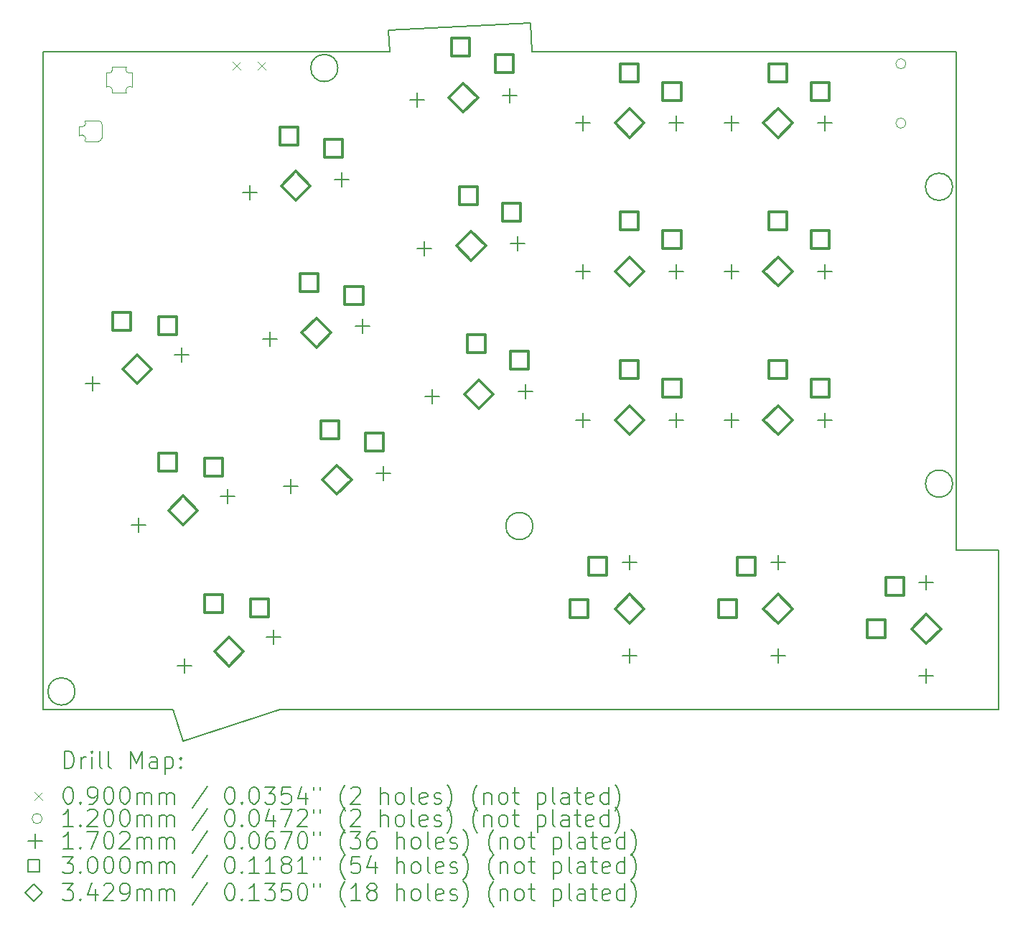
<source format=gbr>
%TF.GenerationSoftware,KiCad,Pcbnew,8.0.7*%
%TF.CreationDate,2024-12-21T19:43:31+01:00*%
%TF.ProjectId,mint36tt_rev02_L,6d696e74-3336-4747-945f-72657630325f,0.2*%
%TF.SameCoordinates,Original*%
%TF.FileFunction,Drillmap*%
%TF.FilePolarity,Positive*%
%FSLAX45Y45*%
G04 Gerber Fmt 4.5, Leading zero omitted, Abs format (unit mm)*
G04 Created by KiCad (PCBNEW 8.0.7) date 2024-12-21 19:43:31*
%MOMM*%
%LPD*%
G01*
G04 APERTURE LIST*
%ADD10C,0.150000*%
%ADD11C,0.200000*%
%ADD12C,0.120000*%
%ADD13C,0.100000*%
%ADD14C,0.170180*%
%ADD15C,0.300000*%
%ADD16C,0.342900*%
G04 APERTURE END LIST*
D10*
X10813248Y-13169000D02*
X10933673Y-13539631D01*
X13356202Y-5156381D02*
X13369572Y-5411500D01*
X9279000Y-13169000D02*
X10813248Y-13169000D01*
D11*
X20009000Y-10501500D02*
G75*
G02*
X19689000Y-10501500I-160000J0D01*
G01*
X19689000Y-10501500D02*
G75*
G02*
X20009000Y-10501500I160000J0D01*
G01*
X15059000Y-11001500D02*
G75*
G02*
X14739000Y-11001500I-160000J0D01*
G01*
X14739000Y-11001500D02*
G75*
G02*
X15059000Y-11001500I160000J0D01*
G01*
D10*
X15051878Y-5411500D02*
X15033900Y-5068457D01*
X20049000Y-13169000D02*
X20549000Y-13169000D01*
D11*
X20009000Y-7001500D02*
G75*
G02*
X19689000Y-7001500I-160000J0D01*
G01*
X19689000Y-7001500D02*
G75*
G02*
X20009000Y-7001500I160000J0D01*
G01*
D10*
X12074358Y-13169000D02*
X20049000Y-13169000D01*
D11*
X12759000Y-5601500D02*
G75*
G02*
X12439000Y-5601500I-160000J0D01*
G01*
X12439000Y-5601500D02*
G75*
G02*
X12759000Y-5601500I160000J0D01*
G01*
D10*
X20549000Y-11281500D02*
X20049000Y-11281500D01*
X9279000Y-5411500D02*
X9279000Y-11281500D01*
X13369572Y-5411500D02*
X9279000Y-5411500D01*
X10933673Y-13539631D02*
X12074358Y-13169000D01*
X9279000Y-11281500D02*
X9279000Y-13169000D01*
X20049000Y-5411500D02*
X15051878Y-5411500D01*
X20049000Y-11281500D02*
X20049000Y-5411500D01*
X20549000Y-13169000D02*
X20549000Y-11281500D01*
X15033900Y-5068457D02*
X13356202Y-5156381D01*
D11*
X9659000Y-12951500D02*
G75*
G02*
X9339000Y-12951500I-160000J0D01*
G01*
X9339000Y-12951500D02*
G75*
G02*
X9659000Y-12951500I160000J0D01*
G01*
D12*
X9709100Y-6396620D02*
X9709100Y-6292480D01*
X9777680Y-6223900D02*
X9937700Y-6223900D01*
X9937700Y-6465200D02*
X9777680Y-6465200D01*
X9975800Y-6262000D02*
X9975800Y-6427100D01*
X10026600Y-5825120D02*
X10026600Y-5657480D01*
X10095180Y-5588900D02*
X10262820Y-5588900D01*
X10095180Y-5893700D02*
X10262820Y-5893700D01*
X10331400Y-5825120D02*
X10331400Y-5657480D01*
X9709100Y-6396620D02*
G75*
G02*
X9777680Y-6465200I24775J-43805D01*
G01*
X9777680Y-6223900D02*
G75*
G02*
X9709100Y-6292480I-43805J-24775D01*
G01*
X9937700Y-6223900D02*
G75*
G02*
X9975800Y-6262000I0J-38100D01*
G01*
X9975800Y-6427100D02*
G75*
G02*
X9937700Y-6465200I-38100J0D01*
G01*
X10026600Y-5825120D02*
G75*
G02*
X10095180Y-5893700I24775J-43805D01*
G01*
X10095180Y-5588900D02*
G75*
G02*
X10026600Y-5657480I-43805J-24775D01*
G01*
X10262820Y-5893700D02*
G75*
G02*
X10331400Y-5825120I43805J24775D01*
G01*
X10331400Y-5657480D02*
G75*
G02*
X10262820Y-5588900I-24775J43805D01*
G01*
D11*
D13*
X11516500Y-5527000D02*
X11606500Y-5617000D01*
X11606500Y-5527000D02*
X11516500Y-5617000D01*
X11816500Y-5532000D02*
X11906500Y-5622000D01*
X11906500Y-5532000D02*
X11816500Y-5622000D01*
D12*
X19459000Y-5551500D02*
G75*
G02*
X19339000Y-5551500I-60000J0D01*
G01*
X19339000Y-5551500D02*
G75*
G02*
X19459000Y-5551500I60000J0D01*
G01*
X19459000Y-6251500D02*
G75*
G02*
X19339000Y-6251500I-60000J0D01*
G01*
X19339000Y-6251500D02*
G75*
G02*
X19459000Y-6251500I60000J0D01*
G01*
D14*
X9868346Y-9237341D02*
X9868346Y-9407521D01*
X9783256Y-9322431D02*
X9953436Y-9322431D01*
X10409126Y-10901690D02*
X10409126Y-11071870D01*
X10324036Y-10986780D02*
X10494216Y-10986780D01*
X10914508Y-8897422D02*
X10914508Y-9067602D01*
X10829418Y-8982512D02*
X10999598Y-8982512D01*
X10949905Y-12566038D02*
X10949905Y-12736218D01*
X10864815Y-12651128D02*
X11034995Y-12651128D01*
X11455288Y-10561771D02*
X11455288Y-10731951D01*
X11370198Y-10646861D02*
X11540378Y-10646861D01*
X11717207Y-6981052D02*
X11717207Y-7151232D01*
X11632117Y-7066142D02*
X11802297Y-7066142D01*
X11960760Y-8714021D02*
X11960760Y-8884201D01*
X11875670Y-8799111D02*
X12045850Y-8799111D01*
X11996067Y-12226120D02*
X11996067Y-12396300D01*
X11910977Y-12311210D02*
X12081157Y-12311210D01*
X12204313Y-10446990D02*
X12204313Y-10617170D01*
X12119223Y-10532080D02*
X12289403Y-10532080D01*
X12806502Y-6827962D02*
X12806502Y-6998142D01*
X12721412Y-6913052D02*
X12891592Y-6913052D01*
X13050055Y-8560931D02*
X13050055Y-8731111D01*
X12964965Y-8646021D02*
X13135145Y-8646021D01*
X13293607Y-10293900D02*
X13293607Y-10464080D01*
X13208517Y-10378990D02*
X13378697Y-10378990D01*
X13689767Y-5894963D02*
X13689767Y-6065143D01*
X13604677Y-5980053D02*
X13774857Y-5980053D01*
X13781355Y-7642564D02*
X13781355Y-7812744D01*
X13696265Y-7727654D02*
X13866445Y-7727654D01*
X13872943Y-9390166D02*
X13872943Y-9560346D01*
X13787853Y-9475256D02*
X13958033Y-9475256D01*
X14788259Y-5837393D02*
X14788259Y-6007573D01*
X14703169Y-5922483D02*
X14873349Y-5922483D01*
X14879847Y-7584995D02*
X14879847Y-7755175D01*
X14794757Y-7670085D02*
X14964937Y-7670085D01*
X14971435Y-9332597D02*
X14971435Y-9502777D01*
X14886345Y-9417687D02*
X15056525Y-9417687D01*
X15649000Y-6166410D02*
X15649000Y-6336590D01*
X15563910Y-6251500D02*
X15734090Y-6251500D01*
X15649000Y-7916410D02*
X15649000Y-8086590D01*
X15563910Y-8001500D02*
X15734090Y-8001500D01*
X15649000Y-9666410D02*
X15649000Y-9836590D01*
X15563910Y-9751500D02*
X15734090Y-9751500D01*
X16199000Y-11341410D02*
X16199000Y-11511590D01*
X16113910Y-11426500D02*
X16284090Y-11426500D01*
X16199000Y-12441410D02*
X16199000Y-12611590D01*
X16113910Y-12526500D02*
X16284090Y-12526500D01*
X16749000Y-6166410D02*
X16749000Y-6336590D01*
X16663910Y-6251500D02*
X16834090Y-6251500D01*
X16749000Y-7916410D02*
X16749000Y-8086590D01*
X16663910Y-8001500D02*
X16834090Y-8001500D01*
X16749000Y-9666410D02*
X16749000Y-9836590D01*
X16663910Y-9751500D02*
X16834090Y-9751500D01*
X17399000Y-6166410D02*
X17399000Y-6336590D01*
X17313910Y-6251500D02*
X17484090Y-6251500D01*
X17399000Y-7916410D02*
X17399000Y-8086590D01*
X17313910Y-8001500D02*
X17484090Y-8001500D01*
X17399000Y-9666410D02*
X17399000Y-9836590D01*
X17313910Y-9751500D02*
X17484090Y-9751500D01*
X17949000Y-11341410D02*
X17949000Y-11511590D01*
X17863910Y-11426500D02*
X18034090Y-11426500D01*
X17949000Y-12441410D02*
X17949000Y-12611590D01*
X17863910Y-12526500D02*
X18034090Y-12526500D01*
X18499000Y-6166410D02*
X18499000Y-6336590D01*
X18413910Y-6251500D02*
X18584090Y-6251500D01*
X18499000Y-7916410D02*
X18499000Y-8086590D01*
X18413910Y-8001500D02*
X18584090Y-8001500D01*
X18499000Y-9666410D02*
X18499000Y-9836590D01*
X18413910Y-9751500D02*
X18584090Y-9751500D01*
X19699000Y-11578910D02*
X19699000Y-11749090D01*
X19613910Y-11664000D02*
X19784090Y-11664000D01*
X19699000Y-12678910D02*
X19699000Y-12849090D01*
X19613910Y-12764000D02*
X19784090Y-12764000D01*
D15*
X10313629Y-8692660D02*
X10313629Y-8480526D01*
X10101495Y-8480526D01*
X10101495Y-8692660D01*
X10313629Y-8692660D01*
X10313629Y-8692660D02*
X10313629Y-8480526D01*
X10101495Y-8480526D01*
X10101495Y-8692660D01*
X10313629Y-8692660D01*
X10854409Y-10357009D02*
X10854409Y-10144875D01*
X10642275Y-10144875D01*
X10642275Y-10357009D01*
X10854409Y-10357009D01*
X10854409Y-10357009D02*
X10854409Y-10144875D01*
X10642275Y-10144875D01*
X10642275Y-10357009D01*
X10854409Y-10357009D01*
X10857141Y-8747384D02*
X10857141Y-8535250D01*
X10645007Y-8535250D01*
X10645007Y-8747384D01*
X10857141Y-8747384D01*
X11395188Y-12021358D02*
X11395188Y-11809224D01*
X11183054Y-11809224D01*
X11183054Y-12021358D01*
X11395188Y-12021358D01*
X11395188Y-12021358D02*
X11395188Y-11809224D01*
X11183054Y-11809224D01*
X11183054Y-12021358D01*
X11395188Y-12021358D01*
X11397920Y-10411733D02*
X11397920Y-10199599D01*
X11185786Y-10199599D01*
X11185786Y-10411733D01*
X11397920Y-10411733D01*
X11938700Y-12076081D02*
X11938700Y-11863947D01*
X11726566Y-11863947D01*
X11726566Y-12076081D01*
X11938700Y-12076081D01*
X12285113Y-6506454D02*
X12285113Y-6294320D01*
X12072979Y-6294320D01*
X12072979Y-6506454D01*
X12285113Y-6506454D01*
X12285113Y-6506454D02*
X12285113Y-6294320D01*
X12072979Y-6294320D01*
X12072979Y-6506454D01*
X12285113Y-6506454D01*
X12528666Y-8239424D02*
X12528666Y-8027290D01*
X12316532Y-8027290D01*
X12316532Y-8239424D01*
X12528666Y-8239424D01*
X12528666Y-8239424D02*
X12528666Y-8027290D01*
X12316532Y-8027290D01*
X12316532Y-8239424D01*
X12528666Y-8239424D01*
X12772219Y-9972393D02*
X12772219Y-9760259D01*
X12560085Y-9760259D01*
X12560085Y-9972393D01*
X12772219Y-9972393D01*
X12772219Y-9972393D02*
X12772219Y-9760259D01*
X12560085Y-9760259D01*
X12560085Y-9972393D01*
X12772219Y-9972393D01*
X12810865Y-6654727D02*
X12810865Y-6442593D01*
X12598731Y-6442593D01*
X12598731Y-6654727D01*
X12810865Y-6654727D01*
X13054418Y-8387696D02*
X13054418Y-8175562D01*
X12842284Y-8175562D01*
X12842284Y-8387696D01*
X13054418Y-8387696D01*
X13297971Y-10120665D02*
X13297971Y-9908531D01*
X13085837Y-9908531D01*
X13085837Y-10120665D01*
X13297971Y-10120665D01*
X14313940Y-5463150D02*
X14313940Y-5251016D01*
X14101806Y-5251016D01*
X14101806Y-5463150D01*
X14313940Y-5463150D01*
X14313940Y-5463150D02*
X14313940Y-5251016D01*
X14101806Y-5251016D01*
X14101806Y-5463150D01*
X14313940Y-5463150D01*
X14405528Y-7210752D02*
X14405528Y-6998618D01*
X14193394Y-6998618D01*
X14193394Y-7210752D01*
X14405528Y-7210752D01*
X14405528Y-7210752D02*
X14405528Y-6998618D01*
X14193394Y-6998618D01*
X14193394Y-7210752D01*
X14405528Y-7210752D01*
X14497116Y-8958354D02*
X14497116Y-8746220D01*
X14284982Y-8746220D01*
X14284982Y-8958354D01*
X14497116Y-8958354D01*
X14497116Y-8958354D02*
X14497116Y-8746220D01*
X14284982Y-8746220D01*
X14284982Y-8958354D01*
X14497116Y-8958354D01*
X14824769Y-5656681D02*
X14824769Y-5444547D01*
X14612635Y-5444547D01*
X14612635Y-5656681D01*
X14824769Y-5656681D01*
X14916357Y-7404283D02*
X14916357Y-7192149D01*
X14704223Y-7192149D01*
X14704223Y-7404283D01*
X14916357Y-7404283D01*
X15007945Y-9151884D02*
X15007945Y-8939750D01*
X14795811Y-8939750D01*
X14795811Y-9151884D01*
X15007945Y-9151884D01*
X15710067Y-12082567D02*
X15710067Y-11870433D01*
X15497933Y-11870433D01*
X15497933Y-12082567D01*
X15710067Y-12082567D01*
X15710067Y-12082567D02*
X15710067Y-11870433D01*
X15497933Y-11870433D01*
X15497933Y-12082567D01*
X15710067Y-12082567D01*
X15930067Y-11582567D02*
X15930067Y-11370433D01*
X15717933Y-11370433D01*
X15717933Y-11582567D01*
X15930067Y-11582567D01*
X16305067Y-5762567D02*
X16305067Y-5550433D01*
X16092933Y-5550433D01*
X16092933Y-5762567D01*
X16305067Y-5762567D01*
X16305067Y-5762567D02*
X16305067Y-5550433D01*
X16092933Y-5550433D01*
X16092933Y-5762567D01*
X16305067Y-5762567D01*
X16305067Y-7512567D02*
X16305067Y-7300433D01*
X16092933Y-7300433D01*
X16092933Y-7512567D01*
X16305067Y-7512567D01*
X16305067Y-7512567D02*
X16305067Y-7300433D01*
X16092933Y-7300433D01*
X16092933Y-7512567D01*
X16305067Y-7512567D01*
X16305067Y-9262567D02*
X16305067Y-9050433D01*
X16092933Y-9050433D01*
X16092933Y-9262567D01*
X16305067Y-9262567D01*
X16305067Y-9262567D02*
X16305067Y-9050433D01*
X16092933Y-9050433D01*
X16092933Y-9262567D01*
X16305067Y-9262567D01*
X16805067Y-5982567D02*
X16805067Y-5770433D01*
X16592933Y-5770433D01*
X16592933Y-5982567D01*
X16805067Y-5982567D01*
X16805067Y-7732567D02*
X16805067Y-7520433D01*
X16592933Y-7520433D01*
X16592933Y-7732567D01*
X16805067Y-7732567D01*
X16805067Y-9482567D02*
X16805067Y-9270433D01*
X16592933Y-9270433D01*
X16592933Y-9482567D01*
X16805067Y-9482567D01*
X17460067Y-12082567D02*
X17460067Y-11870433D01*
X17247933Y-11870433D01*
X17247933Y-12082567D01*
X17460067Y-12082567D01*
X17460067Y-12082567D02*
X17460067Y-11870433D01*
X17247933Y-11870433D01*
X17247933Y-12082567D01*
X17460067Y-12082567D01*
X17680067Y-11582567D02*
X17680067Y-11370433D01*
X17467933Y-11370433D01*
X17467933Y-11582567D01*
X17680067Y-11582567D01*
X18055067Y-5762567D02*
X18055067Y-5550433D01*
X17842933Y-5550433D01*
X17842933Y-5762567D01*
X18055067Y-5762567D01*
X18055067Y-5762567D02*
X18055067Y-5550433D01*
X17842933Y-5550433D01*
X17842933Y-5762567D01*
X18055067Y-5762567D01*
X18055067Y-7512567D02*
X18055067Y-7300433D01*
X17842933Y-7300433D01*
X17842933Y-7512567D01*
X18055067Y-7512567D01*
X18055067Y-7512567D02*
X18055067Y-7300433D01*
X17842933Y-7300433D01*
X17842933Y-7512567D01*
X18055067Y-7512567D01*
X18055067Y-9262567D02*
X18055067Y-9050433D01*
X17842933Y-9050433D01*
X17842933Y-9262567D01*
X18055067Y-9262567D01*
X18055067Y-9262567D02*
X18055067Y-9050433D01*
X17842933Y-9050433D01*
X17842933Y-9262567D01*
X18055067Y-9262567D01*
X18555067Y-5982567D02*
X18555067Y-5770433D01*
X18342933Y-5770433D01*
X18342933Y-5982567D01*
X18555067Y-5982567D01*
X18555067Y-7732567D02*
X18555067Y-7520433D01*
X18342933Y-7520433D01*
X18342933Y-7732567D01*
X18555067Y-7732567D01*
X18555067Y-9482567D02*
X18555067Y-9270433D01*
X18342933Y-9270433D01*
X18342933Y-9482567D01*
X18555067Y-9482567D01*
X19210067Y-12320067D02*
X19210067Y-12107933D01*
X18997933Y-12107933D01*
X18997933Y-12320067D01*
X19210067Y-12320067D01*
X19210067Y-12320067D02*
X19210067Y-12107933D01*
X18997933Y-12107933D01*
X18997933Y-12320067D01*
X19210067Y-12320067D01*
X19430067Y-11820067D02*
X19430067Y-11607933D01*
X19217933Y-11607933D01*
X19217933Y-11820067D01*
X19430067Y-11820067D01*
D16*
X10391427Y-9323921D02*
X10562877Y-9152471D01*
X10391427Y-8981021D01*
X10219977Y-9152471D01*
X10391427Y-9323921D01*
X10932207Y-10988270D02*
X11103657Y-10816820D01*
X10932207Y-10645370D01*
X10760757Y-10816820D01*
X10932207Y-10988270D01*
X11472986Y-12652619D02*
X11644436Y-12481169D01*
X11472986Y-12309719D01*
X11301536Y-12481169D01*
X11472986Y-12652619D01*
X12261854Y-7161047D02*
X12433304Y-6989597D01*
X12261854Y-6818147D01*
X12090404Y-6989597D01*
X12261854Y-7161047D01*
X12505407Y-8894016D02*
X12676857Y-8722566D01*
X12505407Y-8551116D01*
X12333957Y-8722566D01*
X12505407Y-8894016D01*
X12748960Y-10626985D02*
X12920410Y-10455535D01*
X12748960Y-10284085D01*
X12577510Y-10455535D01*
X12748960Y-10626985D01*
X14239013Y-6122718D02*
X14410463Y-5951268D01*
X14239013Y-5779818D01*
X14067563Y-5951268D01*
X14239013Y-6122718D01*
X14330601Y-7870320D02*
X14502051Y-7698870D01*
X14330601Y-7527420D01*
X14159151Y-7698870D01*
X14330601Y-7870320D01*
X14422189Y-9617921D02*
X14593639Y-9446471D01*
X14422189Y-9275021D01*
X14250739Y-9446471D01*
X14422189Y-9617921D01*
X16199000Y-6422950D02*
X16370450Y-6251500D01*
X16199000Y-6080050D01*
X16027550Y-6251500D01*
X16199000Y-6422950D01*
X16199000Y-8172950D02*
X16370450Y-8001500D01*
X16199000Y-7830050D01*
X16027550Y-8001500D01*
X16199000Y-8172950D01*
X16199000Y-9922950D02*
X16370450Y-9751500D01*
X16199000Y-9580050D01*
X16027550Y-9751500D01*
X16199000Y-9922950D01*
X16199000Y-12147950D02*
X16370450Y-11976500D01*
X16199000Y-11805050D01*
X16027550Y-11976500D01*
X16199000Y-12147950D01*
X17949000Y-6422950D02*
X18120450Y-6251500D01*
X17949000Y-6080050D01*
X17777550Y-6251500D01*
X17949000Y-6422950D01*
X17949000Y-8172950D02*
X18120450Y-8001500D01*
X17949000Y-7830050D01*
X17777550Y-8001500D01*
X17949000Y-8172950D01*
X17949000Y-9922950D02*
X18120450Y-9751500D01*
X17949000Y-9580050D01*
X17777550Y-9751500D01*
X17949000Y-9922950D01*
X17949000Y-12147950D02*
X18120450Y-11976500D01*
X17949000Y-11805050D01*
X17777550Y-11976500D01*
X17949000Y-12147950D01*
X19699000Y-12385450D02*
X19870450Y-12214000D01*
X19699000Y-12042550D01*
X19527550Y-12214000D01*
X19699000Y-12385450D01*
D11*
X9532277Y-13858615D02*
X9532277Y-13658615D01*
X9532277Y-13658615D02*
X9579896Y-13658615D01*
X9579896Y-13658615D02*
X9608467Y-13668138D01*
X9608467Y-13668138D02*
X9627515Y-13687186D01*
X9627515Y-13687186D02*
X9637039Y-13706234D01*
X9637039Y-13706234D02*
X9646563Y-13744329D01*
X9646563Y-13744329D02*
X9646563Y-13772900D01*
X9646563Y-13772900D02*
X9637039Y-13810996D01*
X9637039Y-13810996D02*
X9627515Y-13830043D01*
X9627515Y-13830043D02*
X9608467Y-13849091D01*
X9608467Y-13849091D02*
X9579896Y-13858615D01*
X9579896Y-13858615D02*
X9532277Y-13858615D01*
X9732277Y-13858615D02*
X9732277Y-13725281D01*
X9732277Y-13763377D02*
X9741801Y-13744329D01*
X9741801Y-13744329D02*
X9751324Y-13734805D01*
X9751324Y-13734805D02*
X9770372Y-13725281D01*
X9770372Y-13725281D02*
X9789420Y-13725281D01*
X9856086Y-13858615D02*
X9856086Y-13725281D01*
X9856086Y-13658615D02*
X9846563Y-13668138D01*
X9846563Y-13668138D02*
X9856086Y-13677662D01*
X9856086Y-13677662D02*
X9865610Y-13668138D01*
X9865610Y-13668138D02*
X9856086Y-13658615D01*
X9856086Y-13658615D02*
X9856086Y-13677662D01*
X9979896Y-13858615D02*
X9960848Y-13849091D01*
X9960848Y-13849091D02*
X9951324Y-13830043D01*
X9951324Y-13830043D02*
X9951324Y-13658615D01*
X10084658Y-13858615D02*
X10065610Y-13849091D01*
X10065610Y-13849091D02*
X10056086Y-13830043D01*
X10056086Y-13830043D02*
X10056086Y-13658615D01*
X10313229Y-13858615D02*
X10313229Y-13658615D01*
X10313229Y-13658615D02*
X10379896Y-13801472D01*
X10379896Y-13801472D02*
X10446563Y-13658615D01*
X10446563Y-13658615D02*
X10446563Y-13858615D01*
X10627515Y-13858615D02*
X10627515Y-13753853D01*
X10627515Y-13753853D02*
X10617991Y-13734805D01*
X10617991Y-13734805D02*
X10598944Y-13725281D01*
X10598944Y-13725281D02*
X10560848Y-13725281D01*
X10560848Y-13725281D02*
X10541801Y-13734805D01*
X10627515Y-13849091D02*
X10608467Y-13858615D01*
X10608467Y-13858615D02*
X10560848Y-13858615D01*
X10560848Y-13858615D02*
X10541801Y-13849091D01*
X10541801Y-13849091D02*
X10532277Y-13830043D01*
X10532277Y-13830043D02*
X10532277Y-13810996D01*
X10532277Y-13810996D02*
X10541801Y-13791948D01*
X10541801Y-13791948D02*
X10560848Y-13782424D01*
X10560848Y-13782424D02*
X10608467Y-13782424D01*
X10608467Y-13782424D02*
X10627515Y-13772900D01*
X10722753Y-13725281D02*
X10722753Y-13925281D01*
X10722753Y-13734805D02*
X10741801Y-13725281D01*
X10741801Y-13725281D02*
X10779896Y-13725281D01*
X10779896Y-13725281D02*
X10798944Y-13734805D01*
X10798944Y-13734805D02*
X10808467Y-13744329D01*
X10808467Y-13744329D02*
X10817991Y-13763377D01*
X10817991Y-13763377D02*
X10817991Y-13820519D01*
X10817991Y-13820519D02*
X10808467Y-13839567D01*
X10808467Y-13839567D02*
X10798944Y-13849091D01*
X10798944Y-13849091D02*
X10779896Y-13858615D01*
X10779896Y-13858615D02*
X10741801Y-13858615D01*
X10741801Y-13858615D02*
X10722753Y-13849091D01*
X10903705Y-13839567D02*
X10913229Y-13849091D01*
X10913229Y-13849091D02*
X10903705Y-13858615D01*
X10903705Y-13858615D02*
X10894182Y-13849091D01*
X10894182Y-13849091D02*
X10903705Y-13839567D01*
X10903705Y-13839567D02*
X10903705Y-13858615D01*
X10903705Y-13734805D02*
X10913229Y-13744329D01*
X10913229Y-13744329D02*
X10903705Y-13753853D01*
X10903705Y-13753853D02*
X10894182Y-13744329D01*
X10894182Y-13744329D02*
X10903705Y-13734805D01*
X10903705Y-13734805D02*
X10903705Y-13753853D01*
D13*
X9181500Y-14142131D02*
X9271500Y-14232131D01*
X9271500Y-14142131D02*
X9181500Y-14232131D01*
D11*
X9570372Y-14078615D02*
X9589420Y-14078615D01*
X9589420Y-14078615D02*
X9608467Y-14088138D01*
X9608467Y-14088138D02*
X9617991Y-14097662D01*
X9617991Y-14097662D02*
X9627515Y-14116710D01*
X9627515Y-14116710D02*
X9637039Y-14154805D01*
X9637039Y-14154805D02*
X9637039Y-14202424D01*
X9637039Y-14202424D02*
X9627515Y-14240519D01*
X9627515Y-14240519D02*
X9617991Y-14259567D01*
X9617991Y-14259567D02*
X9608467Y-14269091D01*
X9608467Y-14269091D02*
X9589420Y-14278615D01*
X9589420Y-14278615D02*
X9570372Y-14278615D01*
X9570372Y-14278615D02*
X9551324Y-14269091D01*
X9551324Y-14269091D02*
X9541801Y-14259567D01*
X9541801Y-14259567D02*
X9532277Y-14240519D01*
X9532277Y-14240519D02*
X9522753Y-14202424D01*
X9522753Y-14202424D02*
X9522753Y-14154805D01*
X9522753Y-14154805D02*
X9532277Y-14116710D01*
X9532277Y-14116710D02*
X9541801Y-14097662D01*
X9541801Y-14097662D02*
X9551324Y-14088138D01*
X9551324Y-14088138D02*
X9570372Y-14078615D01*
X9722753Y-14259567D02*
X9732277Y-14269091D01*
X9732277Y-14269091D02*
X9722753Y-14278615D01*
X9722753Y-14278615D02*
X9713229Y-14269091D01*
X9713229Y-14269091D02*
X9722753Y-14259567D01*
X9722753Y-14259567D02*
X9722753Y-14278615D01*
X9827515Y-14278615D02*
X9865610Y-14278615D01*
X9865610Y-14278615D02*
X9884658Y-14269091D01*
X9884658Y-14269091D02*
X9894182Y-14259567D01*
X9894182Y-14259567D02*
X9913229Y-14230996D01*
X9913229Y-14230996D02*
X9922753Y-14192900D01*
X9922753Y-14192900D02*
X9922753Y-14116710D01*
X9922753Y-14116710D02*
X9913229Y-14097662D01*
X9913229Y-14097662D02*
X9903705Y-14088138D01*
X9903705Y-14088138D02*
X9884658Y-14078615D01*
X9884658Y-14078615D02*
X9846563Y-14078615D01*
X9846563Y-14078615D02*
X9827515Y-14088138D01*
X9827515Y-14088138D02*
X9817991Y-14097662D01*
X9817991Y-14097662D02*
X9808467Y-14116710D01*
X9808467Y-14116710D02*
X9808467Y-14164329D01*
X9808467Y-14164329D02*
X9817991Y-14183377D01*
X9817991Y-14183377D02*
X9827515Y-14192900D01*
X9827515Y-14192900D02*
X9846563Y-14202424D01*
X9846563Y-14202424D02*
X9884658Y-14202424D01*
X9884658Y-14202424D02*
X9903705Y-14192900D01*
X9903705Y-14192900D02*
X9913229Y-14183377D01*
X9913229Y-14183377D02*
X9922753Y-14164329D01*
X10046563Y-14078615D02*
X10065610Y-14078615D01*
X10065610Y-14078615D02*
X10084658Y-14088138D01*
X10084658Y-14088138D02*
X10094182Y-14097662D01*
X10094182Y-14097662D02*
X10103705Y-14116710D01*
X10103705Y-14116710D02*
X10113229Y-14154805D01*
X10113229Y-14154805D02*
X10113229Y-14202424D01*
X10113229Y-14202424D02*
X10103705Y-14240519D01*
X10103705Y-14240519D02*
X10094182Y-14259567D01*
X10094182Y-14259567D02*
X10084658Y-14269091D01*
X10084658Y-14269091D02*
X10065610Y-14278615D01*
X10065610Y-14278615D02*
X10046563Y-14278615D01*
X10046563Y-14278615D02*
X10027515Y-14269091D01*
X10027515Y-14269091D02*
X10017991Y-14259567D01*
X10017991Y-14259567D02*
X10008467Y-14240519D01*
X10008467Y-14240519D02*
X9998944Y-14202424D01*
X9998944Y-14202424D02*
X9998944Y-14154805D01*
X9998944Y-14154805D02*
X10008467Y-14116710D01*
X10008467Y-14116710D02*
X10017991Y-14097662D01*
X10017991Y-14097662D02*
X10027515Y-14088138D01*
X10027515Y-14088138D02*
X10046563Y-14078615D01*
X10237039Y-14078615D02*
X10256086Y-14078615D01*
X10256086Y-14078615D02*
X10275134Y-14088138D01*
X10275134Y-14088138D02*
X10284658Y-14097662D01*
X10284658Y-14097662D02*
X10294182Y-14116710D01*
X10294182Y-14116710D02*
X10303705Y-14154805D01*
X10303705Y-14154805D02*
X10303705Y-14202424D01*
X10303705Y-14202424D02*
X10294182Y-14240519D01*
X10294182Y-14240519D02*
X10284658Y-14259567D01*
X10284658Y-14259567D02*
X10275134Y-14269091D01*
X10275134Y-14269091D02*
X10256086Y-14278615D01*
X10256086Y-14278615D02*
X10237039Y-14278615D01*
X10237039Y-14278615D02*
X10217991Y-14269091D01*
X10217991Y-14269091D02*
X10208467Y-14259567D01*
X10208467Y-14259567D02*
X10198944Y-14240519D01*
X10198944Y-14240519D02*
X10189420Y-14202424D01*
X10189420Y-14202424D02*
X10189420Y-14154805D01*
X10189420Y-14154805D02*
X10198944Y-14116710D01*
X10198944Y-14116710D02*
X10208467Y-14097662D01*
X10208467Y-14097662D02*
X10217991Y-14088138D01*
X10217991Y-14088138D02*
X10237039Y-14078615D01*
X10389420Y-14278615D02*
X10389420Y-14145281D01*
X10389420Y-14164329D02*
X10398944Y-14154805D01*
X10398944Y-14154805D02*
X10417991Y-14145281D01*
X10417991Y-14145281D02*
X10446563Y-14145281D01*
X10446563Y-14145281D02*
X10465610Y-14154805D01*
X10465610Y-14154805D02*
X10475134Y-14173853D01*
X10475134Y-14173853D02*
X10475134Y-14278615D01*
X10475134Y-14173853D02*
X10484658Y-14154805D01*
X10484658Y-14154805D02*
X10503705Y-14145281D01*
X10503705Y-14145281D02*
X10532277Y-14145281D01*
X10532277Y-14145281D02*
X10551325Y-14154805D01*
X10551325Y-14154805D02*
X10560848Y-14173853D01*
X10560848Y-14173853D02*
X10560848Y-14278615D01*
X10656086Y-14278615D02*
X10656086Y-14145281D01*
X10656086Y-14164329D02*
X10665610Y-14154805D01*
X10665610Y-14154805D02*
X10684658Y-14145281D01*
X10684658Y-14145281D02*
X10713229Y-14145281D01*
X10713229Y-14145281D02*
X10732277Y-14154805D01*
X10732277Y-14154805D02*
X10741801Y-14173853D01*
X10741801Y-14173853D02*
X10741801Y-14278615D01*
X10741801Y-14173853D02*
X10751325Y-14154805D01*
X10751325Y-14154805D02*
X10770372Y-14145281D01*
X10770372Y-14145281D02*
X10798944Y-14145281D01*
X10798944Y-14145281D02*
X10817991Y-14154805D01*
X10817991Y-14154805D02*
X10827515Y-14173853D01*
X10827515Y-14173853D02*
X10827515Y-14278615D01*
X11217991Y-14069091D02*
X11046563Y-14326234D01*
X11475134Y-14078615D02*
X11494182Y-14078615D01*
X11494182Y-14078615D02*
X11513229Y-14088138D01*
X11513229Y-14088138D02*
X11522753Y-14097662D01*
X11522753Y-14097662D02*
X11532277Y-14116710D01*
X11532277Y-14116710D02*
X11541801Y-14154805D01*
X11541801Y-14154805D02*
X11541801Y-14202424D01*
X11541801Y-14202424D02*
X11532277Y-14240519D01*
X11532277Y-14240519D02*
X11522753Y-14259567D01*
X11522753Y-14259567D02*
X11513229Y-14269091D01*
X11513229Y-14269091D02*
X11494182Y-14278615D01*
X11494182Y-14278615D02*
X11475134Y-14278615D01*
X11475134Y-14278615D02*
X11456086Y-14269091D01*
X11456086Y-14269091D02*
X11446563Y-14259567D01*
X11446563Y-14259567D02*
X11437039Y-14240519D01*
X11437039Y-14240519D02*
X11427515Y-14202424D01*
X11427515Y-14202424D02*
X11427515Y-14154805D01*
X11427515Y-14154805D02*
X11437039Y-14116710D01*
X11437039Y-14116710D02*
X11446563Y-14097662D01*
X11446563Y-14097662D02*
X11456086Y-14088138D01*
X11456086Y-14088138D02*
X11475134Y-14078615D01*
X11627515Y-14259567D02*
X11637039Y-14269091D01*
X11637039Y-14269091D02*
X11627515Y-14278615D01*
X11627515Y-14278615D02*
X11617991Y-14269091D01*
X11617991Y-14269091D02*
X11627515Y-14259567D01*
X11627515Y-14259567D02*
X11627515Y-14278615D01*
X11760848Y-14078615D02*
X11779896Y-14078615D01*
X11779896Y-14078615D02*
X11798944Y-14088138D01*
X11798944Y-14088138D02*
X11808467Y-14097662D01*
X11808467Y-14097662D02*
X11817991Y-14116710D01*
X11817991Y-14116710D02*
X11827515Y-14154805D01*
X11827515Y-14154805D02*
X11827515Y-14202424D01*
X11827515Y-14202424D02*
X11817991Y-14240519D01*
X11817991Y-14240519D02*
X11808467Y-14259567D01*
X11808467Y-14259567D02*
X11798944Y-14269091D01*
X11798944Y-14269091D02*
X11779896Y-14278615D01*
X11779896Y-14278615D02*
X11760848Y-14278615D01*
X11760848Y-14278615D02*
X11741801Y-14269091D01*
X11741801Y-14269091D02*
X11732277Y-14259567D01*
X11732277Y-14259567D02*
X11722753Y-14240519D01*
X11722753Y-14240519D02*
X11713229Y-14202424D01*
X11713229Y-14202424D02*
X11713229Y-14154805D01*
X11713229Y-14154805D02*
X11722753Y-14116710D01*
X11722753Y-14116710D02*
X11732277Y-14097662D01*
X11732277Y-14097662D02*
X11741801Y-14088138D01*
X11741801Y-14088138D02*
X11760848Y-14078615D01*
X11894182Y-14078615D02*
X12017991Y-14078615D01*
X12017991Y-14078615D02*
X11951325Y-14154805D01*
X11951325Y-14154805D02*
X11979896Y-14154805D01*
X11979896Y-14154805D02*
X11998944Y-14164329D01*
X11998944Y-14164329D02*
X12008467Y-14173853D01*
X12008467Y-14173853D02*
X12017991Y-14192900D01*
X12017991Y-14192900D02*
X12017991Y-14240519D01*
X12017991Y-14240519D02*
X12008467Y-14259567D01*
X12008467Y-14259567D02*
X11998944Y-14269091D01*
X11998944Y-14269091D02*
X11979896Y-14278615D01*
X11979896Y-14278615D02*
X11922753Y-14278615D01*
X11922753Y-14278615D02*
X11903706Y-14269091D01*
X11903706Y-14269091D02*
X11894182Y-14259567D01*
X12198944Y-14078615D02*
X12103706Y-14078615D01*
X12103706Y-14078615D02*
X12094182Y-14173853D01*
X12094182Y-14173853D02*
X12103706Y-14164329D01*
X12103706Y-14164329D02*
X12122753Y-14154805D01*
X12122753Y-14154805D02*
X12170372Y-14154805D01*
X12170372Y-14154805D02*
X12189420Y-14164329D01*
X12189420Y-14164329D02*
X12198944Y-14173853D01*
X12198944Y-14173853D02*
X12208467Y-14192900D01*
X12208467Y-14192900D02*
X12208467Y-14240519D01*
X12208467Y-14240519D02*
X12198944Y-14259567D01*
X12198944Y-14259567D02*
X12189420Y-14269091D01*
X12189420Y-14269091D02*
X12170372Y-14278615D01*
X12170372Y-14278615D02*
X12122753Y-14278615D01*
X12122753Y-14278615D02*
X12103706Y-14269091D01*
X12103706Y-14269091D02*
X12094182Y-14259567D01*
X12379896Y-14145281D02*
X12379896Y-14278615D01*
X12332277Y-14069091D02*
X12284658Y-14211948D01*
X12284658Y-14211948D02*
X12408467Y-14211948D01*
X12475134Y-14078615D02*
X12475134Y-14116710D01*
X12551325Y-14078615D02*
X12551325Y-14116710D01*
X12846563Y-14354805D02*
X12837039Y-14345281D01*
X12837039Y-14345281D02*
X12817991Y-14316710D01*
X12817991Y-14316710D02*
X12808468Y-14297662D01*
X12808468Y-14297662D02*
X12798944Y-14269091D01*
X12798944Y-14269091D02*
X12789420Y-14221472D01*
X12789420Y-14221472D02*
X12789420Y-14183377D01*
X12789420Y-14183377D02*
X12798944Y-14135757D01*
X12798944Y-14135757D02*
X12808468Y-14107186D01*
X12808468Y-14107186D02*
X12817991Y-14088138D01*
X12817991Y-14088138D02*
X12837039Y-14059567D01*
X12837039Y-14059567D02*
X12846563Y-14050043D01*
X12913229Y-14097662D02*
X12922753Y-14088138D01*
X12922753Y-14088138D02*
X12941801Y-14078615D01*
X12941801Y-14078615D02*
X12989420Y-14078615D01*
X12989420Y-14078615D02*
X13008468Y-14088138D01*
X13008468Y-14088138D02*
X13017991Y-14097662D01*
X13017991Y-14097662D02*
X13027515Y-14116710D01*
X13027515Y-14116710D02*
X13027515Y-14135757D01*
X13027515Y-14135757D02*
X13017991Y-14164329D01*
X13017991Y-14164329D02*
X12903706Y-14278615D01*
X12903706Y-14278615D02*
X13027515Y-14278615D01*
X13265610Y-14278615D02*
X13265610Y-14078615D01*
X13351325Y-14278615D02*
X13351325Y-14173853D01*
X13351325Y-14173853D02*
X13341801Y-14154805D01*
X13341801Y-14154805D02*
X13322753Y-14145281D01*
X13322753Y-14145281D02*
X13294182Y-14145281D01*
X13294182Y-14145281D02*
X13275134Y-14154805D01*
X13275134Y-14154805D02*
X13265610Y-14164329D01*
X13475134Y-14278615D02*
X13456087Y-14269091D01*
X13456087Y-14269091D02*
X13446563Y-14259567D01*
X13446563Y-14259567D02*
X13437039Y-14240519D01*
X13437039Y-14240519D02*
X13437039Y-14183377D01*
X13437039Y-14183377D02*
X13446563Y-14164329D01*
X13446563Y-14164329D02*
X13456087Y-14154805D01*
X13456087Y-14154805D02*
X13475134Y-14145281D01*
X13475134Y-14145281D02*
X13503706Y-14145281D01*
X13503706Y-14145281D02*
X13522753Y-14154805D01*
X13522753Y-14154805D02*
X13532277Y-14164329D01*
X13532277Y-14164329D02*
X13541801Y-14183377D01*
X13541801Y-14183377D02*
X13541801Y-14240519D01*
X13541801Y-14240519D02*
X13532277Y-14259567D01*
X13532277Y-14259567D02*
X13522753Y-14269091D01*
X13522753Y-14269091D02*
X13503706Y-14278615D01*
X13503706Y-14278615D02*
X13475134Y-14278615D01*
X13656087Y-14278615D02*
X13637039Y-14269091D01*
X13637039Y-14269091D02*
X13627515Y-14250043D01*
X13627515Y-14250043D02*
X13627515Y-14078615D01*
X13808468Y-14269091D02*
X13789420Y-14278615D01*
X13789420Y-14278615D02*
X13751325Y-14278615D01*
X13751325Y-14278615D02*
X13732277Y-14269091D01*
X13732277Y-14269091D02*
X13722753Y-14250043D01*
X13722753Y-14250043D02*
X13722753Y-14173853D01*
X13722753Y-14173853D02*
X13732277Y-14154805D01*
X13732277Y-14154805D02*
X13751325Y-14145281D01*
X13751325Y-14145281D02*
X13789420Y-14145281D01*
X13789420Y-14145281D02*
X13808468Y-14154805D01*
X13808468Y-14154805D02*
X13817991Y-14173853D01*
X13817991Y-14173853D02*
X13817991Y-14192900D01*
X13817991Y-14192900D02*
X13722753Y-14211948D01*
X13894182Y-14269091D02*
X13913230Y-14278615D01*
X13913230Y-14278615D02*
X13951325Y-14278615D01*
X13951325Y-14278615D02*
X13970372Y-14269091D01*
X13970372Y-14269091D02*
X13979896Y-14250043D01*
X13979896Y-14250043D02*
X13979896Y-14240519D01*
X13979896Y-14240519D02*
X13970372Y-14221472D01*
X13970372Y-14221472D02*
X13951325Y-14211948D01*
X13951325Y-14211948D02*
X13922753Y-14211948D01*
X13922753Y-14211948D02*
X13903706Y-14202424D01*
X13903706Y-14202424D02*
X13894182Y-14183377D01*
X13894182Y-14183377D02*
X13894182Y-14173853D01*
X13894182Y-14173853D02*
X13903706Y-14154805D01*
X13903706Y-14154805D02*
X13922753Y-14145281D01*
X13922753Y-14145281D02*
X13951325Y-14145281D01*
X13951325Y-14145281D02*
X13970372Y-14154805D01*
X14046563Y-14354805D02*
X14056087Y-14345281D01*
X14056087Y-14345281D02*
X14075134Y-14316710D01*
X14075134Y-14316710D02*
X14084658Y-14297662D01*
X14084658Y-14297662D02*
X14094182Y-14269091D01*
X14094182Y-14269091D02*
X14103706Y-14221472D01*
X14103706Y-14221472D02*
X14103706Y-14183377D01*
X14103706Y-14183377D02*
X14094182Y-14135757D01*
X14094182Y-14135757D02*
X14084658Y-14107186D01*
X14084658Y-14107186D02*
X14075134Y-14088138D01*
X14075134Y-14088138D02*
X14056087Y-14059567D01*
X14056087Y-14059567D02*
X14046563Y-14050043D01*
X14408468Y-14354805D02*
X14398944Y-14345281D01*
X14398944Y-14345281D02*
X14379896Y-14316710D01*
X14379896Y-14316710D02*
X14370372Y-14297662D01*
X14370372Y-14297662D02*
X14360849Y-14269091D01*
X14360849Y-14269091D02*
X14351325Y-14221472D01*
X14351325Y-14221472D02*
X14351325Y-14183377D01*
X14351325Y-14183377D02*
X14360849Y-14135757D01*
X14360849Y-14135757D02*
X14370372Y-14107186D01*
X14370372Y-14107186D02*
X14379896Y-14088138D01*
X14379896Y-14088138D02*
X14398944Y-14059567D01*
X14398944Y-14059567D02*
X14408468Y-14050043D01*
X14484658Y-14145281D02*
X14484658Y-14278615D01*
X14484658Y-14164329D02*
X14494182Y-14154805D01*
X14494182Y-14154805D02*
X14513230Y-14145281D01*
X14513230Y-14145281D02*
X14541801Y-14145281D01*
X14541801Y-14145281D02*
X14560849Y-14154805D01*
X14560849Y-14154805D02*
X14570372Y-14173853D01*
X14570372Y-14173853D02*
X14570372Y-14278615D01*
X14694182Y-14278615D02*
X14675134Y-14269091D01*
X14675134Y-14269091D02*
X14665611Y-14259567D01*
X14665611Y-14259567D02*
X14656087Y-14240519D01*
X14656087Y-14240519D02*
X14656087Y-14183377D01*
X14656087Y-14183377D02*
X14665611Y-14164329D01*
X14665611Y-14164329D02*
X14675134Y-14154805D01*
X14675134Y-14154805D02*
X14694182Y-14145281D01*
X14694182Y-14145281D02*
X14722753Y-14145281D01*
X14722753Y-14145281D02*
X14741801Y-14154805D01*
X14741801Y-14154805D02*
X14751325Y-14164329D01*
X14751325Y-14164329D02*
X14760849Y-14183377D01*
X14760849Y-14183377D02*
X14760849Y-14240519D01*
X14760849Y-14240519D02*
X14751325Y-14259567D01*
X14751325Y-14259567D02*
X14741801Y-14269091D01*
X14741801Y-14269091D02*
X14722753Y-14278615D01*
X14722753Y-14278615D02*
X14694182Y-14278615D01*
X14817992Y-14145281D02*
X14894182Y-14145281D01*
X14846563Y-14078615D02*
X14846563Y-14250043D01*
X14846563Y-14250043D02*
X14856087Y-14269091D01*
X14856087Y-14269091D02*
X14875134Y-14278615D01*
X14875134Y-14278615D02*
X14894182Y-14278615D01*
X15113230Y-14145281D02*
X15113230Y-14345281D01*
X15113230Y-14154805D02*
X15132277Y-14145281D01*
X15132277Y-14145281D02*
X15170373Y-14145281D01*
X15170373Y-14145281D02*
X15189420Y-14154805D01*
X15189420Y-14154805D02*
X15198944Y-14164329D01*
X15198944Y-14164329D02*
X15208468Y-14183377D01*
X15208468Y-14183377D02*
X15208468Y-14240519D01*
X15208468Y-14240519D02*
X15198944Y-14259567D01*
X15198944Y-14259567D02*
X15189420Y-14269091D01*
X15189420Y-14269091D02*
X15170373Y-14278615D01*
X15170373Y-14278615D02*
X15132277Y-14278615D01*
X15132277Y-14278615D02*
X15113230Y-14269091D01*
X15322753Y-14278615D02*
X15303706Y-14269091D01*
X15303706Y-14269091D02*
X15294182Y-14250043D01*
X15294182Y-14250043D02*
X15294182Y-14078615D01*
X15484658Y-14278615D02*
X15484658Y-14173853D01*
X15484658Y-14173853D02*
X15475134Y-14154805D01*
X15475134Y-14154805D02*
X15456087Y-14145281D01*
X15456087Y-14145281D02*
X15417992Y-14145281D01*
X15417992Y-14145281D02*
X15398944Y-14154805D01*
X15484658Y-14269091D02*
X15465611Y-14278615D01*
X15465611Y-14278615D02*
X15417992Y-14278615D01*
X15417992Y-14278615D02*
X15398944Y-14269091D01*
X15398944Y-14269091D02*
X15389420Y-14250043D01*
X15389420Y-14250043D02*
X15389420Y-14230996D01*
X15389420Y-14230996D02*
X15398944Y-14211948D01*
X15398944Y-14211948D02*
X15417992Y-14202424D01*
X15417992Y-14202424D02*
X15465611Y-14202424D01*
X15465611Y-14202424D02*
X15484658Y-14192900D01*
X15551325Y-14145281D02*
X15627515Y-14145281D01*
X15579896Y-14078615D02*
X15579896Y-14250043D01*
X15579896Y-14250043D02*
X15589420Y-14269091D01*
X15589420Y-14269091D02*
X15608468Y-14278615D01*
X15608468Y-14278615D02*
X15627515Y-14278615D01*
X15770373Y-14269091D02*
X15751325Y-14278615D01*
X15751325Y-14278615D02*
X15713230Y-14278615D01*
X15713230Y-14278615D02*
X15694182Y-14269091D01*
X15694182Y-14269091D02*
X15684658Y-14250043D01*
X15684658Y-14250043D02*
X15684658Y-14173853D01*
X15684658Y-14173853D02*
X15694182Y-14154805D01*
X15694182Y-14154805D02*
X15713230Y-14145281D01*
X15713230Y-14145281D02*
X15751325Y-14145281D01*
X15751325Y-14145281D02*
X15770373Y-14154805D01*
X15770373Y-14154805D02*
X15779896Y-14173853D01*
X15779896Y-14173853D02*
X15779896Y-14192900D01*
X15779896Y-14192900D02*
X15684658Y-14211948D01*
X15951325Y-14278615D02*
X15951325Y-14078615D01*
X15951325Y-14269091D02*
X15932277Y-14278615D01*
X15932277Y-14278615D02*
X15894182Y-14278615D01*
X15894182Y-14278615D02*
X15875134Y-14269091D01*
X15875134Y-14269091D02*
X15865611Y-14259567D01*
X15865611Y-14259567D02*
X15856087Y-14240519D01*
X15856087Y-14240519D02*
X15856087Y-14183377D01*
X15856087Y-14183377D02*
X15865611Y-14164329D01*
X15865611Y-14164329D02*
X15875134Y-14154805D01*
X15875134Y-14154805D02*
X15894182Y-14145281D01*
X15894182Y-14145281D02*
X15932277Y-14145281D01*
X15932277Y-14145281D02*
X15951325Y-14154805D01*
X16027515Y-14354805D02*
X16037039Y-14345281D01*
X16037039Y-14345281D02*
X16056087Y-14316710D01*
X16056087Y-14316710D02*
X16065611Y-14297662D01*
X16065611Y-14297662D02*
X16075134Y-14269091D01*
X16075134Y-14269091D02*
X16084658Y-14221472D01*
X16084658Y-14221472D02*
X16084658Y-14183377D01*
X16084658Y-14183377D02*
X16075134Y-14135757D01*
X16075134Y-14135757D02*
X16065611Y-14107186D01*
X16065611Y-14107186D02*
X16056087Y-14088138D01*
X16056087Y-14088138D02*
X16037039Y-14059567D01*
X16037039Y-14059567D02*
X16027515Y-14050043D01*
D12*
X9271500Y-14451131D02*
G75*
G02*
X9151500Y-14451131I-60000J0D01*
G01*
X9151500Y-14451131D02*
G75*
G02*
X9271500Y-14451131I60000J0D01*
G01*
D11*
X9637039Y-14542615D02*
X9522753Y-14542615D01*
X9579896Y-14542615D02*
X9579896Y-14342615D01*
X9579896Y-14342615D02*
X9560848Y-14371186D01*
X9560848Y-14371186D02*
X9541801Y-14390234D01*
X9541801Y-14390234D02*
X9522753Y-14399757D01*
X9722753Y-14523567D02*
X9732277Y-14533091D01*
X9732277Y-14533091D02*
X9722753Y-14542615D01*
X9722753Y-14542615D02*
X9713229Y-14533091D01*
X9713229Y-14533091D02*
X9722753Y-14523567D01*
X9722753Y-14523567D02*
X9722753Y-14542615D01*
X9808467Y-14361662D02*
X9817991Y-14352138D01*
X9817991Y-14352138D02*
X9837039Y-14342615D01*
X9837039Y-14342615D02*
X9884658Y-14342615D01*
X9884658Y-14342615D02*
X9903705Y-14352138D01*
X9903705Y-14352138D02*
X9913229Y-14361662D01*
X9913229Y-14361662D02*
X9922753Y-14380710D01*
X9922753Y-14380710D02*
X9922753Y-14399757D01*
X9922753Y-14399757D02*
X9913229Y-14428329D01*
X9913229Y-14428329D02*
X9798944Y-14542615D01*
X9798944Y-14542615D02*
X9922753Y-14542615D01*
X10046563Y-14342615D02*
X10065610Y-14342615D01*
X10065610Y-14342615D02*
X10084658Y-14352138D01*
X10084658Y-14352138D02*
X10094182Y-14361662D01*
X10094182Y-14361662D02*
X10103705Y-14380710D01*
X10103705Y-14380710D02*
X10113229Y-14418805D01*
X10113229Y-14418805D02*
X10113229Y-14466424D01*
X10113229Y-14466424D02*
X10103705Y-14504519D01*
X10103705Y-14504519D02*
X10094182Y-14523567D01*
X10094182Y-14523567D02*
X10084658Y-14533091D01*
X10084658Y-14533091D02*
X10065610Y-14542615D01*
X10065610Y-14542615D02*
X10046563Y-14542615D01*
X10046563Y-14542615D02*
X10027515Y-14533091D01*
X10027515Y-14533091D02*
X10017991Y-14523567D01*
X10017991Y-14523567D02*
X10008467Y-14504519D01*
X10008467Y-14504519D02*
X9998944Y-14466424D01*
X9998944Y-14466424D02*
X9998944Y-14418805D01*
X9998944Y-14418805D02*
X10008467Y-14380710D01*
X10008467Y-14380710D02*
X10017991Y-14361662D01*
X10017991Y-14361662D02*
X10027515Y-14352138D01*
X10027515Y-14352138D02*
X10046563Y-14342615D01*
X10237039Y-14342615D02*
X10256086Y-14342615D01*
X10256086Y-14342615D02*
X10275134Y-14352138D01*
X10275134Y-14352138D02*
X10284658Y-14361662D01*
X10284658Y-14361662D02*
X10294182Y-14380710D01*
X10294182Y-14380710D02*
X10303705Y-14418805D01*
X10303705Y-14418805D02*
X10303705Y-14466424D01*
X10303705Y-14466424D02*
X10294182Y-14504519D01*
X10294182Y-14504519D02*
X10284658Y-14523567D01*
X10284658Y-14523567D02*
X10275134Y-14533091D01*
X10275134Y-14533091D02*
X10256086Y-14542615D01*
X10256086Y-14542615D02*
X10237039Y-14542615D01*
X10237039Y-14542615D02*
X10217991Y-14533091D01*
X10217991Y-14533091D02*
X10208467Y-14523567D01*
X10208467Y-14523567D02*
X10198944Y-14504519D01*
X10198944Y-14504519D02*
X10189420Y-14466424D01*
X10189420Y-14466424D02*
X10189420Y-14418805D01*
X10189420Y-14418805D02*
X10198944Y-14380710D01*
X10198944Y-14380710D02*
X10208467Y-14361662D01*
X10208467Y-14361662D02*
X10217991Y-14352138D01*
X10217991Y-14352138D02*
X10237039Y-14342615D01*
X10389420Y-14542615D02*
X10389420Y-14409281D01*
X10389420Y-14428329D02*
X10398944Y-14418805D01*
X10398944Y-14418805D02*
X10417991Y-14409281D01*
X10417991Y-14409281D02*
X10446563Y-14409281D01*
X10446563Y-14409281D02*
X10465610Y-14418805D01*
X10465610Y-14418805D02*
X10475134Y-14437853D01*
X10475134Y-14437853D02*
X10475134Y-14542615D01*
X10475134Y-14437853D02*
X10484658Y-14418805D01*
X10484658Y-14418805D02*
X10503705Y-14409281D01*
X10503705Y-14409281D02*
X10532277Y-14409281D01*
X10532277Y-14409281D02*
X10551325Y-14418805D01*
X10551325Y-14418805D02*
X10560848Y-14437853D01*
X10560848Y-14437853D02*
X10560848Y-14542615D01*
X10656086Y-14542615D02*
X10656086Y-14409281D01*
X10656086Y-14428329D02*
X10665610Y-14418805D01*
X10665610Y-14418805D02*
X10684658Y-14409281D01*
X10684658Y-14409281D02*
X10713229Y-14409281D01*
X10713229Y-14409281D02*
X10732277Y-14418805D01*
X10732277Y-14418805D02*
X10741801Y-14437853D01*
X10741801Y-14437853D02*
X10741801Y-14542615D01*
X10741801Y-14437853D02*
X10751325Y-14418805D01*
X10751325Y-14418805D02*
X10770372Y-14409281D01*
X10770372Y-14409281D02*
X10798944Y-14409281D01*
X10798944Y-14409281D02*
X10817991Y-14418805D01*
X10817991Y-14418805D02*
X10827515Y-14437853D01*
X10827515Y-14437853D02*
X10827515Y-14542615D01*
X11217991Y-14333091D02*
X11046563Y-14590234D01*
X11475134Y-14342615D02*
X11494182Y-14342615D01*
X11494182Y-14342615D02*
X11513229Y-14352138D01*
X11513229Y-14352138D02*
X11522753Y-14361662D01*
X11522753Y-14361662D02*
X11532277Y-14380710D01*
X11532277Y-14380710D02*
X11541801Y-14418805D01*
X11541801Y-14418805D02*
X11541801Y-14466424D01*
X11541801Y-14466424D02*
X11532277Y-14504519D01*
X11532277Y-14504519D02*
X11522753Y-14523567D01*
X11522753Y-14523567D02*
X11513229Y-14533091D01*
X11513229Y-14533091D02*
X11494182Y-14542615D01*
X11494182Y-14542615D02*
X11475134Y-14542615D01*
X11475134Y-14542615D02*
X11456086Y-14533091D01*
X11456086Y-14533091D02*
X11446563Y-14523567D01*
X11446563Y-14523567D02*
X11437039Y-14504519D01*
X11437039Y-14504519D02*
X11427515Y-14466424D01*
X11427515Y-14466424D02*
X11427515Y-14418805D01*
X11427515Y-14418805D02*
X11437039Y-14380710D01*
X11437039Y-14380710D02*
X11446563Y-14361662D01*
X11446563Y-14361662D02*
X11456086Y-14352138D01*
X11456086Y-14352138D02*
X11475134Y-14342615D01*
X11627515Y-14523567D02*
X11637039Y-14533091D01*
X11637039Y-14533091D02*
X11627515Y-14542615D01*
X11627515Y-14542615D02*
X11617991Y-14533091D01*
X11617991Y-14533091D02*
X11627515Y-14523567D01*
X11627515Y-14523567D02*
X11627515Y-14542615D01*
X11760848Y-14342615D02*
X11779896Y-14342615D01*
X11779896Y-14342615D02*
X11798944Y-14352138D01*
X11798944Y-14352138D02*
X11808467Y-14361662D01*
X11808467Y-14361662D02*
X11817991Y-14380710D01*
X11817991Y-14380710D02*
X11827515Y-14418805D01*
X11827515Y-14418805D02*
X11827515Y-14466424D01*
X11827515Y-14466424D02*
X11817991Y-14504519D01*
X11817991Y-14504519D02*
X11808467Y-14523567D01*
X11808467Y-14523567D02*
X11798944Y-14533091D01*
X11798944Y-14533091D02*
X11779896Y-14542615D01*
X11779896Y-14542615D02*
X11760848Y-14542615D01*
X11760848Y-14542615D02*
X11741801Y-14533091D01*
X11741801Y-14533091D02*
X11732277Y-14523567D01*
X11732277Y-14523567D02*
X11722753Y-14504519D01*
X11722753Y-14504519D02*
X11713229Y-14466424D01*
X11713229Y-14466424D02*
X11713229Y-14418805D01*
X11713229Y-14418805D02*
X11722753Y-14380710D01*
X11722753Y-14380710D02*
X11732277Y-14361662D01*
X11732277Y-14361662D02*
X11741801Y-14352138D01*
X11741801Y-14352138D02*
X11760848Y-14342615D01*
X11998944Y-14409281D02*
X11998944Y-14542615D01*
X11951325Y-14333091D02*
X11903706Y-14475948D01*
X11903706Y-14475948D02*
X12027515Y-14475948D01*
X12084658Y-14342615D02*
X12217991Y-14342615D01*
X12217991Y-14342615D02*
X12132277Y-14542615D01*
X12284658Y-14361662D02*
X12294182Y-14352138D01*
X12294182Y-14352138D02*
X12313229Y-14342615D01*
X12313229Y-14342615D02*
X12360848Y-14342615D01*
X12360848Y-14342615D02*
X12379896Y-14352138D01*
X12379896Y-14352138D02*
X12389420Y-14361662D01*
X12389420Y-14361662D02*
X12398944Y-14380710D01*
X12398944Y-14380710D02*
X12398944Y-14399757D01*
X12398944Y-14399757D02*
X12389420Y-14428329D01*
X12389420Y-14428329D02*
X12275134Y-14542615D01*
X12275134Y-14542615D02*
X12398944Y-14542615D01*
X12475134Y-14342615D02*
X12475134Y-14380710D01*
X12551325Y-14342615D02*
X12551325Y-14380710D01*
X12846563Y-14618805D02*
X12837039Y-14609281D01*
X12837039Y-14609281D02*
X12817991Y-14580710D01*
X12817991Y-14580710D02*
X12808468Y-14561662D01*
X12808468Y-14561662D02*
X12798944Y-14533091D01*
X12798944Y-14533091D02*
X12789420Y-14485472D01*
X12789420Y-14485472D02*
X12789420Y-14447377D01*
X12789420Y-14447377D02*
X12798944Y-14399757D01*
X12798944Y-14399757D02*
X12808468Y-14371186D01*
X12808468Y-14371186D02*
X12817991Y-14352138D01*
X12817991Y-14352138D02*
X12837039Y-14323567D01*
X12837039Y-14323567D02*
X12846563Y-14314043D01*
X12913229Y-14361662D02*
X12922753Y-14352138D01*
X12922753Y-14352138D02*
X12941801Y-14342615D01*
X12941801Y-14342615D02*
X12989420Y-14342615D01*
X12989420Y-14342615D02*
X13008468Y-14352138D01*
X13008468Y-14352138D02*
X13017991Y-14361662D01*
X13017991Y-14361662D02*
X13027515Y-14380710D01*
X13027515Y-14380710D02*
X13027515Y-14399757D01*
X13027515Y-14399757D02*
X13017991Y-14428329D01*
X13017991Y-14428329D02*
X12903706Y-14542615D01*
X12903706Y-14542615D02*
X13027515Y-14542615D01*
X13265610Y-14542615D02*
X13265610Y-14342615D01*
X13351325Y-14542615D02*
X13351325Y-14437853D01*
X13351325Y-14437853D02*
X13341801Y-14418805D01*
X13341801Y-14418805D02*
X13322753Y-14409281D01*
X13322753Y-14409281D02*
X13294182Y-14409281D01*
X13294182Y-14409281D02*
X13275134Y-14418805D01*
X13275134Y-14418805D02*
X13265610Y-14428329D01*
X13475134Y-14542615D02*
X13456087Y-14533091D01*
X13456087Y-14533091D02*
X13446563Y-14523567D01*
X13446563Y-14523567D02*
X13437039Y-14504519D01*
X13437039Y-14504519D02*
X13437039Y-14447377D01*
X13437039Y-14447377D02*
X13446563Y-14428329D01*
X13446563Y-14428329D02*
X13456087Y-14418805D01*
X13456087Y-14418805D02*
X13475134Y-14409281D01*
X13475134Y-14409281D02*
X13503706Y-14409281D01*
X13503706Y-14409281D02*
X13522753Y-14418805D01*
X13522753Y-14418805D02*
X13532277Y-14428329D01*
X13532277Y-14428329D02*
X13541801Y-14447377D01*
X13541801Y-14447377D02*
X13541801Y-14504519D01*
X13541801Y-14504519D02*
X13532277Y-14523567D01*
X13532277Y-14523567D02*
X13522753Y-14533091D01*
X13522753Y-14533091D02*
X13503706Y-14542615D01*
X13503706Y-14542615D02*
X13475134Y-14542615D01*
X13656087Y-14542615D02*
X13637039Y-14533091D01*
X13637039Y-14533091D02*
X13627515Y-14514043D01*
X13627515Y-14514043D02*
X13627515Y-14342615D01*
X13808468Y-14533091D02*
X13789420Y-14542615D01*
X13789420Y-14542615D02*
X13751325Y-14542615D01*
X13751325Y-14542615D02*
X13732277Y-14533091D01*
X13732277Y-14533091D02*
X13722753Y-14514043D01*
X13722753Y-14514043D02*
X13722753Y-14437853D01*
X13722753Y-14437853D02*
X13732277Y-14418805D01*
X13732277Y-14418805D02*
X13751325Y-14409281D01*
X13751325Y-14409281D02*
X13789420Y-14409281D01*
X13789420Y-14409281D02*
X13808468Y-14418805D01*
X13808468Y-14418805D02*
X13817991Y-14437853D01*
X13817991Y-14437853D02*
X13817991Y-14456900D01*
X13817991Y-14456900D02*
X13722753Y-14475948D01*
X13894182Y-14533091D02*
X13913230Y-14542615D01*
X13913230Y-14542615D02*
X13951325Y-14542615D01*
X13951325Y-14542615D02*
X13970372Y-14533091D01*
X13970372Y-14533091D02*
X13979896Y-14514043D01*
X13979896Y-14514043D02*
X13979896Y-14504519D01*
X13979896Y-14504519D02*
X13970372Y-14485472D01*
X13970372Y-14485472D02*
X13951325Y-14475948D01*
X13951325Y-14475948D02*
X13922753Y-14475948D01*
X13922753Y-14475948D02*
X13903706Y-14466424D01*
X13903706Y-14466424D02*
X13894182Y-14447377D01*
X13894182Y-14447377D02*
X13894182Y-14437853D01*
X13894182Y-14437853D02*
X13903706Y-14418805D01*
X13903706Y-14418805D02*
X13922753Y-14409281D01*
X13922753Y-14409281D02*
X13951325Y-14409281D01*
X13951325Y-14409281D02*
X13970372Y-14418805D01*
X14046563Y-14618805D02*
X14056087Y-14609281D01*
X14056087Y-14609281D02*
X14075134Y-14580710D01*
X14075134Y-14580710D02*
X14084658Y-14561662D01*
X14084658Y-14561662D02*
X14094182Y-14533091D01*
X14094182Y-14533091D02*
X14103706Y-14485472D01*
X14103706Y-14485472D02*
X14103706Y-14447377D01*
X14103706Y-14447377D02*
X14094182Y-14399757D01*
X14094182Y-14399757D02*
X14084658Y-14371186D01*
X14084658Y-14371186D02*
X14075134Y-14352138D01*
X14075134Y-14352138D02*
X14056087Y-14323567D01*
X14056087Y-14323567D02*
X14046563Y-14314043D01*
X14408468Y-14618805D02*
X14398944Y-14609281D01*
X14398944Y-14609281D02*
X14379896Y-14580710D01*
X14379896Y-14580710D02*
X14370372Y-14561662D01*
X14370372Y-14561662D02*
X14360849Y-14533091D01*
X14360849Y-14533091D02*
X14351325Y-14485472D01*
X14351325Y-14485472D02*
X14351325Y-14447377D01*
X14351325Y-14447377D02*
X14360849Y-14399757D01*
X14360849Y-14399757D02*
X14370372Y-14371186D01*
X14370372Y-14371186D02*
X14379896Y-14352138D01*
X14379896Y-14352138D02*
X14398944Y-14323567D01*
X14398944Y-14323567D02*
X14408468Y-14314043D01*
X14484658Y-14409281D02*
X14484658Y-14542615D01*
X14484658Y-14428329D02*
X14494182Y-14418805D01*
X14494182Y-14418805D02*
X14513230Y-14409281D01*
X14513230Y-14409281D02*
X14541801Y-14409281D01*
X14541801Y-14409281D02*
X14560849Y-14418805D01*
X14560849Y-14418805D02*
X14570372Y-14437853D01*
X14570372Y-14437853D02*
X14570372Y-14542615D01*
X14694182Y-14542615D02*
X14675134Y-14533091D01*
X14675134Y-14533091D02*
X14665611Y-14523567D01*
X14665611Y-14523567D02*
X14656087Y-14504519D01*
X14656087Y-14504519D02*
X14656087Y-14447377D01*
X14656087Y-14447377D02*
X14665611Y-14428329D01*
X14665611Y-14428329D02*
X14675134Y-14418805D01*
X14675134Y-14418805D02*
X14694182Y-14409281D01*
X14694182Y-14409281D02*
X14722753Y-14409281D01*
X14722753Y-14409281D02*
X14741801Y-14418805D01*
X14741801Y-14418805D02*
X14751325Y-14428329D01*
X14751325Y-14428329D02*
X14760849Y-14447377D01*
X14760849Y-14447377D02*
X14760849Y-14504519D01*
X14760849Y-14504519D02*
X14751325Y-14523567D01*
X14751325Y-14523567D02*
X14741801Y-14533091D01*
X14741801Y-14533091D02*
X14722753Y-14542615D01*
X14722753Y-14542615D02*
X14694182Y-14542615D01*
X14817992Y-14409281D02*
X14894182Y-14409281D01*
X14846563Y-14342615D02*
X14846563Y-14514043D01*
X14846563Y-14514043D02*
X14856087Y-14533091D01*
X14856087Y-14533091D02*
X14875134Y-14542615D01*
X14875134Y-14542615D02*
X14894182Y-14542615D01*
X15113230Y-14409281D02*
X15113230Y-14609281D01*
X15113230Y-14418805D02*
X15132277Y-14409281D01*
X15132277Y-14409281D02*
X15170373Y-14409281D01*
X15170373Y-14409281D02*
X15189420Y-14418805D01*
X15189420Y-14418805D02*
X15198944Y-14428329D01*
X15198944Y-14428329D02*
X15208468Y-14447377D01*
X15208468Y-14447377D02*
X15208468Y-14504519D01*
X15208468Y-14504519D02*
X15198944Y-14523567D01*
X15198944Y-14523567D02*
X15189420Y-14533091D01*
X15189420Y-14533091D02*
X15170373Y-14542615D01*
X15170373Y-14542615D02*
X15132277Y-14542615D01*
X15132277Y-14542615D02*
X15113230Y-14533091D01*
X15322753Y-14542615D02*
X15303706Y-14533091D01*
X15303706Y-14533091D02*
X15294182Y-14514043D01*
X15294182Y-14514043D02*
X15294182Y-14342615D01*
X15484658Y-14542615D02*
X15484658Y-14437853D01*
X15484658Y-14437853D02*
X15475134Y-14418805D01*
X15475134Y-14418805D02*
X15456087Y-14409281D01*
X15456087Y-14409281D02*
X15417992Y-14409281D01*
X15417992Y-14409281D02*
X15398944Y-14418805D01*
X15484658Y-14533091D02*
X15465611Y-14542615D01*
X15465611Y-14542615D02*
X15417992Y-14542615D01*
X15417992Y-14542615D02*
X15398944Y-14533091D01*
X15398944Y-14533091D02*
X15389420Y-14514043D01*
X15389420Y-14514043D02*
X15389420Y-14494996D01*
X15389420Y-14494996D02*
X15398944Y-14475948D01*
X15398944Y-14475948D02*
X15417992Y-14466424D01*
X15417992Y-14466424D02*
X15465611Y-14466424D01*
X15465611Y-14466424D02*
X15484658Y-14456900D01*
X15551325Y-14409281D02*
X15627515Y-14409281D01*
X15579896Y-14342615D02*
X15579896Y-14514043D01*
X15579896Y-14514043D02*
X15589420Y-14533091D01*
X15589420Y-14533091D02*
X15608468Y-14542615D01*
X15608468Y-14542615D02*
X15627515Y-14542615D01*
X15770373Y-14533091D02*
X15751325Y-14542615D01*
X15751325Y-14542615D02*
X15713230Y-14542615D01*
X15713230Y-14542615D02*
X15694182Y-14533091D01*
X15694182Y-14533091D02*
X15684658Y-14514043D01*
X15684658Y-14514043D02*
X15684658Y-14437853D01*
X15684658Y-14437853D02*
X15694182Y-14418805D01*
X15694182Y-14418805D02*
X15713230Y-14409281D01*
X15713230Y-14409281D02*
X15751325Y-14409281D01*
X15751325Y-14409281D02*
X15770373Y-14418805D01*
X15770373Y-14418805D02*
X15779896Y-14437853D01*
X15779896Y-14437853D02*
X15779896Y-14456900D01*
X15779896Y-14456900D02*
X15684658Y-14475948D01*
X15951325Y-14542615D02*
X15951325Y-14342615D01*
X15951325Y-14533091D02*
X15932277Y-14542615D01*
X15932277Y-14542615D02*
X15894182Y-14542615D01*
X15894182Y-14542615D02*
X15875134Y-14533091D01*
X15875134Y-14533091D02*
X15865611Y-14523567D01*
X15865611Y-14523567D02*
X15856087Y-14504519D01*
X15856087Y-14504519D02*
X15856087Y-14447377D01*
X15856087Y-14447377D02*
X15865611Y-14428329D01*
X15865611Y-14428329D02*
X15875134Y-14418805D01*
X15875134Y-14418805D02*
X15894182Y-14409281D01*
X15894182Y-14409281D02*
X15932277Y-14409281D01*
X15932277Y-14409281D02*
X15951325Y-14418805D01*
X16027515Y-14618805D02*
X16037039Y-14609281D01*
X16037039Y-14609281D02*
X16056087Y-14580710D01*
X16056087Y-14580710D02*
X16065611Y-14561662D01*
X16065611Y-14561662D02*
X16075134Y-14533091D01*
X16075134Y-14533091D02*
X16084658Y-14485472D01*
X16084658Y-14485472D02*
X16084658Y-14447377D01*
X16084658Y-14447377D02*
X16075134Y-14399757D01*
X16075134Y-14399757D02*
X16065611Y-14371186D01*
X16065611Y-14371186D02*
X16056087Y-14352138D01*
X16056087Y-14352138D02*
X16037039Y-14323567D01*
X16037039Y-14323567D02*
X16027515Y-14314043D01*
D14*
X9186410Y-14630041D02*
X9186410Y-14800221D01*
X9101320Y-14715131D02*
X9271500Y-14715131D01*
D11*
X9637039Y-14806615D02*
X9522753Y-14806615D01*
X9579896Y-14806615D02*
X9579896Y-14606615D01*
X9579896Y-14606615D02*
X9560848Y-14635186D01*
X9560848Y-14635186D02*
X9541801Y-14654234D01*
X9541801Y-14654234D02*
X9522753Y-14663757D01*
X9722753Y-14787567D02*
X9732277Y-14797091D01*
X9732277Y-14797091D02*
X9722753Y-14806615D01*
X9722753Y-14806615D02*
X9713229Y-14797091D01*
X9713229Y-14797091D02*
X9722753Y-14787567D01*
X9722753Y-14787567D02*
X9722753Y-14806615D01*
X9798944Y-14606615D02*
X9932277Y-14606615D01*
X9932277Y-14606615D02*
X9846563Y-14806615D01*
X10046563Y-14606615D02*
X10065610Y-14606615D01*
X10065610Y-14606615D02*
X10084658Y-14616138D01*
X10084658Y-14616138D02*
X10094182Y-14625662D01*
X10094182Y-14625662D02*
X10103705Y-14644710D01*
X10103705Y-14644710D02*
X10113229Y-14682805D01*
X10113229Y-14682805D02*
X10113229Y-14730424D01*
X10113229Y-14730424D02*
X10103705Y-14768519D01*
X10103705Y-14768519D02*
X10094182Y-14787567D01*
X10094182Y-14787567D02*
X10084658Y-14797091D01*
X10084658Y-14797091D02*
X10065610Y-14806615D01*
X10065610Y-14806615D02*
X10046563Y-14806615D01*
X10046563Y-14806615D02*
X10027515Y-14797091D01*
X10027515Y-14797091D02*
X10017991Y-14787567D01*
X10017991Y-14787567D02*
X10008467Y-14768519D01*
X10008467Y-14768519D02*
X9998944Y-14730424D01*
X9998944Y-14730424D02*
X9998944Y-14682805D01*
X9998944Y-14682805D02*
X10008467Y-14644710D01*
X10008467Y-14644710D02*
X10017991Y-14625662D01*
X10017991Y-14625662D02*
X10027515Y-14616138D01*
X10027515Y-14616138D02*
X10046563Y-14606615D01*
X10189420Y-14625662D02*
X10198944Y-14616138D01*
X10198944Y-14616138D02*
X10217991Y-14606615D01*
X10217991Y-14606615D02*
X10265610Y-14606615D01*
X10265610Y-14606615D02*
X10284658Y-14616138D01*
X10284658Y-14616138D02*
X10294182Y-14625662D01*
X10294182Y-14625662D02*
X10303705Y-14644710D01*
X10303705Y-14644710D02*
X10303705Y-14663757D01*
X10303705Y-14663757D02*
X10294182Y-14692329D01*
X10294182Y-14692329D02*
X10179896Y-14806615D01*
X10179896Y-14806615D02*
X10303705Y-14806615D01*
X10389420Y-14806615D02*
X10389420Y-14673281D01*
X10389420Y-14692329D02*
X10398944Y-14682805D01*
X10398944Y-14682805D02*
X10417991Y-14673281D01*
X10417991Y-14673281D02*
X10446563Y-14673281D01*
X10446563Y-14673281D02*
X10465610Y-14682805D01*
X10465610Y-14682805D02*
X10475134Y-14701853D01*
X10475134Y-14701853D02*
X10475134Y-14806615D01*
X10475134Y-14701853D02*
X10484658Y-14682805D01*
X10484658Y-14682805D02*
X10503705Y-14673281D01*
X10503705Y-14673281D02*
X10532277Y-14673281D01*
X10532277Y-14673281D02*
X10551325Y-14682805D01*
X10551325Y-14682805D02*
X10560848Y-14701853D01*
X10560848Y-14701853D02*
X10560848Y-14806615D01*
X10656086Y-14806615D02*
X10656086Y-14673281D01*
X10656086Y-14692329D02*
X10665610Y-14682805D01*
X10665610Y-14682805D02*
X10684658Y-14673281D01*
X10684658Y-14673281D02*
X10713229Y-14673281D01*
X10713229Y-14673281D02*
X10732277Y-14682805D01*
X10732277Y-14682805D02*
X10741801Y-14701853D01*
X10741801Y-14701853D02*
X10741801Y-14806615D01*
X10741801Y-14701853D02*
X10751325Y-14682805D01*
X10751325Y-14682805D02*
X10770372Y-14673281D01*
X10770372Y-14673281D02*
X10798944Y-14673281D01*
X10798944Y-14673281D02*
X10817991Y-14682805D01*
X10817991Y-14682805D02*
X10827515Y-14701853D01*
X10827515Y-14701853D02*
X10827515Y-14806615D01*
X11217991Y-14597091D02*
X11046563Y-14854234D01*
X11475134Y-14606615D02*
X11494182Y-14606615D01*
X11494182Y-14606615D02*
X11513229Y-14616138D01*
X11513229Y-14616138D02*
X11522753Y-14625662D01*
X11522753Y-14625662D02*
X11532277Y-14644710D01*
X11532277Y-14644710D02*
X11541801Y-14682805D01*
X11541801Y-14682805D02*
X11541801Y-14730424D01*
X11541801Y-14730424D02*
X11532277Y-14768519D01*
X11532277Y-14768519D02*
X11522753Y-14787567D01*
X11522753Y-14787567D02*
X11513229Y-14797091D01*
X11513229Y-14797091D02*
X11494182Y-14806615D01*
X11494182Y-14806615D02*
X11475134Y-14806615D01*
X11475134Y-14806615D02*
X11456086Y-14797091D01*
X11456086Y-14797091D02*
X11446563Y-14787567D01*
X11446563Y-14787567D02*
X11437039Y-14768519D01*
X11437039Y-14768519D02*
X11427515Y-14730424D01*
X11427515Y-14730424D02*
X11427515Y-14682805D01*
X11427515Y-14682805D02*
X11437039Y-14644710D01*
X11437039Y-14644710D02*
X11446563Y-14625662D01*
X11446563Y-14625662D02*
X11456086Y-14616138D01*
X11456086Y-14616138D02*
X11475134Y-14606615D01*
X11627515Y-14787567D02*
X11637039Y-14797091D01*
X11637039Y-14797091D02*
X11627515Y-14806615D01*
X11627515Y-14806615D02*
X11617991Y-14797091D01*
X11617991Y-14797091D02*
X11627515Y-14787567D01*
X11627515Y-14787567D02*
X11627515Y-14806615D01*
X11760848Y-14606615D02*
X11779896Y-14606615D01*
X11779896Y-14606615D02*
X11798944Y-14616138D01*
X11798944Y-14616138D02*
X11808467Y-14625662D01*
X11808467Y-14625662D02*
X11817991Y-14644710D01*
X11817991Y-14644710D02*
X11827515Y-14682805D01*
X11827515Y-14682805D02*
X11827515Y-14730424D01*
X11827515Y-14730424D02*
X11817991Y-14768519D01*
X11817991Y-14768519D02*
X11808467Y-14787567D01*
X11808467Y-14787567D02*
X11798944Y-14797091D01*
X11798944Y-14797091D02*
X11779896Y-14806615D01*
X11779896Y-14806615D02*
X11760848Y-14806615D01*
X11760848Y-14806615D02*
X11741801Y-14797091D01*
X11741801Y-14797091D02*
X11732277Y-14787567D01*
X11732277Y-14787567D02*
X11722753Y-14768519D01*
X11722753Y-14768519D02*
X11713229Y-14730424D01*
X11713229Y-14730424D02*
X11713229Y-14682805D01*
X11713229Y-14682805D02*
X11722753Y-14644710D01*
X11722753Y-14644710D02*
X11732277Y-14625662D01*
X11732277Y-14625662D02*
X11741801Y-14616138D01*
X11741801Y-14616138D02*
X11760848Y-14606615D01*
X11998944Y-14606615D02*
X11960848Y-14606615D01*
X11960848Y-14606615D02*
X11941801Y-14616138D01*
X11941801Y-14616138D02*
X11932277Y-14625662D01*
X11932277Y-14625662D02*
X11913229Y-14654234D01*
X11913229Y-14654234D02*
X11903706Y-14692329D01*
X11903706Y-14692329D02*
X11903706Y-14768519D01*
X11903706Y-14768519D02*
X11913229Y-14787567D01*
X11913229Y-14787567D02*
X11922753Y-14797091D01*
X11922753Y-14797091D02*
X11941801Y-14806615D01*
X11941801Y-14806615D02*
X11979896Y-14806615D01*
X11979896Y-14806615D02*
X11998944Y-14797091D01*
X11998944Y-14797091D02*
X12008467Y-14787567D01*
X12008467Y-14787567D02*
X12017991Y-14768519D01*
X12017991Y-14768519D02*
X12017991Y-14720900D01*
X12017991Y-14720900D02*
X12008467Y-14701853D01*
X12008467Y-14701853D02*
X11998944Y-14692329D01*
X11998944Y-14692329D02*
X11979896Y-14682805D01*
X11979896Y-14682805D02*
X11941801Y-14682805D01*
X11941801Y-14682805D02*
X11922753Y-14692329D01*
X11922753Y-14692329D02*
X11913229Y-14701853D01*
X11913229Y-14701853D02*
X11903706Y-14720900D01*
X12084658Y-14606615D02*
X12217991Y-14606615D01*
X12217991Y-14606615D02*
X12132277Y-14806615D01*
X12332277Y-14606615D02*
X12351325Y-14606615D01*
X12351325Y-14606615D02*
X12370372Y-14616138D01*
X12370372Y-14616138D02*
X12379896Y-14625662D01*
X12379896Y-14625662D02*
X12389420Y-14644710D01*
X12389420Y-14644710D02*
X12398944Y-14682805D01*
X12398944Y-14682805D02*
X12398944Y-14730424D01*
X12398944Y-14730424D02*
X12389420Y-14768519D01*
X12389420Y-14768519D02*
X12379896Y-14787567D01*
X12379896Y-14787567D02*
X12370372Y-14797091D01*
X12370372Y-14797091D02*
X12351325Y-14806615D01*
X12351325Y-14806615D02*
X12332277Y-14806615D01*
X12332277Y-14806615D02*
X12313229Y-14797091D01*
X12313229Y-14797091D02*
X12303706Y-14787567D01*
X12303706Y-14787567D02*
X12294182Y-14768519D01*
X12294182Y-14768519D02*
X12284658Y-14730424D01*
X12284658Y-14730424D02*
X12284658Y-14682805D01*
X12284658Y-14682805D02*
X12294182Y-14644710D01*
X12294182Y-14644710D02*
X12303706Y-14625662D01*
X12303706Y-14625662D02*
X12313229Y-14616138D01*
X12313229Y-14616138D02*
X12332277Y-14606615D01*
X12475134Y-14606615D02*
X12475134Y-14644710D01*
X12551325Y-14606615D02*
X12551325Y-14644710D01*
X12846563Y-14882805D02*
X12837039Y-14873281D01*
X12837039Y-14873281D02*
X12817991Y-14844710D01*
X12817991Y-14844710D02*
X12808468Y-14825662D01*
X12808468Y-14825662D02*
X12798944Y-14797091D01*
X12798944Y-14797091D02*
X12789420Y-14749472D01*
X12789420Y-14749472D02*
X12789420Y-14711377D01*
X12789420Y-14711377D02*
X12798944Y-14663757D01*
X12798944Y-14663757D02*
X12808468Y-14635186D01*
X12808468Y-14635186D02*
X12817991Y-14616138D01*
X12817991Y-14616138D02*
X12837039Y-14587567D01*
X12837039Y-14587567D02*
X12846563Y-14578043D01*
X12903706Y-14606615D02*
X13027515Y-14606615D01*
X13027515Y-14606615D02*
X12960848Y-14682805D01*
X12960848Y-14682805D02*
X12989420Y-14682805D01*
X12989420Y-14682805D02*
X13008468Y-14692329D01*
X13008468Y-14692329D02*
X13017991Y-14701853D01*
X13017991Y-14701853D02*
X13027515Y-14720900D01*
X13027515Y-14720900D02*
X13027515Y-14768519D01*
X13027515Y-14768519D02*
X13017991Y-14787567D01*
X13017991Y-14787567D02*
X13008468Y-14797091D01*
X13008468Y-14797091D02*
X12989420Y-14806615D01*
X12989420Y-14806615D02*
X12932277Y-14806615D01*
X12932277Y-14806615D02*
X12913229Y-14797091D01*
X12913229Y-14797091D02*
X12903706Y-14787567D01*
X13198944Y-14606615D02*
X13160848Y-14606615D01*
X13160848Y-14606615D02*
X13141801Y-14616138D01*
X13141801Y-14616138D02*
X13132277Y-14625662D01*
X13132277Y-14625662D02*
X13113229Y-14654234D01*
X13113229Y-14654234D02*
X13103706Y-14692329D01*
X13103706Y-14692329D02*
X13103706Y-14768519D01*
X13103706Y-14768519D02*
X13113229Y-14787567D01*
X13113229Y-14787567D02*
X13122753Y-14797091D01*
X13122753Y-14797091D02*
X13141801Y-14806615D01*
X13141801Y-14806615D02*
X13179896Y-14806615D01*
X13179896Y-14806615D02*
X13198944Y-14797091D01*
X13198944Y-14797091D02*
X13208468Y-14787567D01*
X13208468Y-14787567D02*
X13217991Y-14768519D01*
X13217991Y-14768519D02*
X13217991Y-14720900D01*
X13217991Y-14720900D02*
X13208468Y-14701853D01*
X13208468Y-14701853D02*
X13198944Y-14692329D01*
X13198944Y-14692329D02*
X13179896Y-14682805D01*
X13179896Y-14682805D02*
X13141801Y-14682805D01*
X13141801Y-14682805D02*
X13122753Y-14692329D01*
X13122753Y-14692329D02*
X13113229Y-14701853D01*
X13113229Y-14701853D02*
X13103706Y-14720900D01*
X13456087Y-14806615D02*
X13456087Y-14606615D01*
X13541801Y-14806615D02*
X13541801Y-14701853D01*
X13541801Y-14701853D02*
X13532277Y-14682805D01*
X13532277Y-14682805D02*
X13513230Y-14673281D01*
X13513230Y-14673281D02*
X13484658Y-14673281D01*
X13484658Y-14673281D02*
X13465610Y-14682805D01*
X13465610Y-14682805D02*
X13456087Y-14692329D01*
X13665610Y-14806615D02*
X13646563Y-14797091D01*
X13646563Y-14797091D02*
X13637039Y-14787567D01*
X13637039Y-14787567D02*
X13627515Y-14768519D01*
X13627515Y-14768519D02*
X13627515Y-14711377D01*
X13627515Y-14711377D02*
X13637039Y-14692329D01*
X13637039Y-14692329D02*
X13646563Y-14682805D01*
X13646563Y-14682805D02*
X13665610Y-14673281D01*
X13665610Y-14673281D02*
X13694182Y-14673281D01*
X13694182Y-14673281D02*
X13713230Y-14682805D01*
X13713230Y-14682805D02*
X13722753Y-14692329D01*
X13722753Y-14692329D02*
X13732277Y-14711377D01*
X13732277Y-14711377D02*
X13732277Y-14768519D01*
X13732277Y-14768519D02*
X13722753Y-14787567D01*
X13722753Y-14787567D02*
X13713230Y-14797091D01*
X13713230Y-14797091D02*
X13694182Y-14806615D01*
X13694182Y-14806615D02*
X13665610Y-14806615D01*
X13846563Y-14806615D02*
X13827515Y-14797091D01*
X13827515Y-14797091D02*
X13817991Y-14778043D01*
X13817991Y-14778043D02*
X13817991Y-14606615D01*
X13998944Y-14797091D02*
X13979896Y-14806615D01*
X13979896Y-14806615D02*
X13941801Y-14806615D01*
X13941801Y-14806615D02*
X13922753Y-14797091D01*
X13922753Y-14797091D02*
X13913230Y-14778043D01*
X13913230Y-14778043D02*
X13913230Y-14701853D01*
X13913230Y-14701853D02*
X13922753Y-14682805D01*
X13922753Y-14682805D02*
X13941801Y-14673281D01*
X13941801Y-14673281D02*
X13979896Y-14673281D01*
X13979896Y-14673281D02*
X13998944Y-14682805D01*
X13998944Y-14682805D02*
X14008468Y-14701853D01*
X14008468Y-14701853D02*
X14008468Y-14720900D01*
X14008468Y-14720900D02*
X13913230Y-14739948D01*
X14084658Y-14797091D02*
X14103706Y-14806615D01*
X14103706Y-14806615D02*
X14141801Y-14806615D01*
X14141801Y-14806615D02*
X14160849Y-14797091D01*
X14160849Y-14797091D02*
X14170372Y-14778043D01*
X14170372Y-14778043D02*
X14170372Y-14768519D01*
X14170372Y-14768519D02*
X14160849Y-14749472D01*
X14160849Y-14749472D02*
X14141801Y-14739948D01*
X14141801Y-14739948D02*
X14113230Y-14739948D01*
X14113230Y-14739948D02*
X14094182Y-14730424D01*
X14094182Y-14730424D02*
X14084658Y-14711377D01*
X14084658Y-14711377D02*
X14084658Y-14701853D01*
X14084658Y-14701853D02*
X14094182Y-14682805D01*
X14094182Y-14682805D02*
X14113230Y-14673281D01*
X14113230Y-14673281D02*
X14141801Y-14673281D01*
X14141801Y-14673281D02*
X14160849Y-14682805D01*
X14237039Y-14882805D02*
X14246563Y-14873281D01*
X14246563Y-14873281D02*
X14265611Y-14844710D01*
X14265611Y-14844710D02*
X14275134Y-14825662D01*
X14275134Y-14825662D02*
X14284658Y-14797091D01*
X14284658Y-14797091D02*
X14294182Y-14749472D01*
X14294182Y-14749472D02*
X14294182Y-14711377D01*
X14294182Y-14711377D02*
X14284658Y-14663757D01*
X14284658Y-14663757D02*
X14275134Y-14635186D01*
X14275134Y-14635186D02*
X14265611Y-14616138D01*
X14265611Y-14616138D02*
X14246563Y-14587567D01*
X14246563Y-14587567D02*
X14237039Y-14578043D01*
X14598944Y-14882805D02*
X14589420Y-14873281D01*
X14589420Y-14873281D02*
X14570372Y-14844710D01*
X14570372Y-14844710D02*
X14560849Y-14825662D01*
X14560849Y-14825662D02*
X14551325Y-14797091D01*
X14551325Y-14797091D02*
X14541801Y-14749472D01*
X14541801Y-14749472D02*
X14541801Y-14711377D01*
X14541801Y-14711377D02*
X14551325Y-14663757D01*
X14551325Y-14663757D02*
X14560849Y-14635186D01*
X14560849Y-14635186D02*
X14570372Y-14616138D01*
X14570372Y-14616138D02*
X14589420Y-14587567D01*
X14589420Y-14587567D02*
X14598944Y-14578043D01*
X14675134Y-14673281D02*
X14675134Y-14806615D01*
X14675134Y-14692329D02*
X14684658Y-14682805D01*
X14684658Y-14682805D02*
X14703706Y-14673281D01*
X14703706Y-14673281D02*
X14732277Y-14673281D01*
X14732277Y-14673281D02*
X14751325Y-14682805D01*
X14751325Y-14682805D02*
X14760849Y-14701853D01*
X14760849Y-14701853D02*
X14760849Y-14806615D01*
X14884658Y-14806615D02*
X14865611Y-14797091D01*
X14865611Y-14797091D02*
X14856087Y-14787567D01*
X14856087Y-14787567D02*
X14846563Y-14768519D01*
X14846563Y-14768519D02*
X14846563Y-14711377D01*
X14846563Y-14711377D02*
X14856087Y-14692329D01*
X14856087Y-14692329D02*
X14865611Y-14682805D01*
X14865611Y-14682805D02*
X14884658Y-14673281D01*
X14884658Y-14673281D02*
X14913230Y-14673281D01*
X14913230Y-14673281D02*
X14932277Y-14682805D01*
X14932277Y-14682805D02*
X14941801Y-14692329D01*
X14941801Y-14692329D02*
X14951325Y-14711377D01*
X14951325Y-14711377D02*
X14951325Y-14768519D01*
X14951325Y-14768519D02*
X14941801Y-14787567D01*
X14941801Y-14787567D02*
X14932277Y-14797091D01*
X14932277Y-14797091D02*
X14913230Y-14806615D01*
X14913230Y-14806615D02*
X14884658Y-14806615D01*
X15008468Y-14673281D02*
X15084658Y-14673281D01*
X15037039Y-14606615D02*
X15037039Y-14778043D01*
X15037039Y-14778043D02*
X15046563Y-14797091D01*
X15046563Y-14797091D02*
X15065611Y-14806615D01*
X15065611Y-14806615D02*
X15084658Y-14806615D01*
X15303706Y-14673281D02*
X15303706Y-14873281D01*
X15303706Y-14682805D02*
X15322753Y-14673281D01*
X15322753Y-14673281D02*
X15360849Y-14673281D01*
X15360849Y-14673281D02*
X15379896Y-14682805D01*
X15379896Y-14682805D02*
X15389420Y-14692329D01*
X15389420Y-14692329D02*
X15398944Y-14711377D01*
X15398944Y-14711377D02*
X15398944Y-14768519D01*
X15398944Y-14768519D02*
X15389420Y-14787567D01*
X15389420Y-14787567D02*
X15379896Y-14797091D01*
X15379896Y-14797091D02*
X15360849Y-14806615D01*
X15360849Y-14806615D02*
X15322753Y-14806615D01*
X15322753Y-14806615D02*
X15303706Y-14797091D01*
X15513230Y-14806615D02*
X15494182Y-14797091D01*
X15494182Y-14797091D02*
X15484658Y-14778043D01*
X15484658Y-14778043D02*
X15484658Y-14606615D01*
X15675134Y-14806615D02*
X15675134Y-14701853D01*
X15675134Y-14701853D02*
X15665611Y-14682805D01*
X15665611Y-14682805D02*
X15646563Y-14673281D01*
X15646563Y-14673281D02*
X15608468Y-14673281D01*
X15608468Y-14673281D02*
X15589420Y-14682805D01*
X15675134Y-14797091D02*
X15656087Y-14806615D01*
X15656087Y-14806615D02*
X15608468Y-14806615D01*
X15608468Y-14806615D02*
X15589420Y-14797091D01*
X15589420Y-14797091D02*
X15579896Y-14778043D01*
X15579896Y-14778043D02*
X15579896Y-14758996D01*
X15579896Y-14758996D02*
X15589420Y-14739948D01*
X15589420Y-14739948D02*
X15608468Y-14730424D01*
X15608468Y-14730424D02*
X15656087Y-14730424D01*
X15656087Y-14730424D02*
X15675134Y-14720900D01*
X15741801Y-14673281D02*
X15817992Y-14673281D01*
X15770373Y-14606615D02*
X15770373Y-14778043D01*
X15770373Y-14778043D02*
X15779896Y-14797091D01*
X15779896Y-14797091D02*
X15798944Y-14806615D01*
X15798944Y-14806615D02*
X15817992Y-14806615D01*
X15960849Y-14797091D02*
X15941801Y-14806615D01*
X15941801Y-14806615D02*
X15903706Y-14806615D01*
X15903706Y-14806615D02*
X15884658Y-14797091D01*
X15884658Y-14797091D02*
X15875134Y-14778043D01*
X15875134Y-14778043D02*
X15875134Y-14701853D01*
X15875134Y-14701853D02*
X15884658Y-14682805D01*
X15884658Y-14682805D02*
X15903706Y-14673281D01*
X15903706Y-14673281D02*
X15941801Y-14673281D01*
X15941801Y-14673281D02*
X15960849Y-14682805D01*
X15960849Y-14682805D02*
X15970373Y-14701853D01*
X15970373Y-14701853D02*
X15970373Y-14720900D01*
X15970373Y-14720900D02*
X15875134Y-14739948D01*
X16141801Y-14806615D02*
X16141801Y-14606615D01*
X16141801Y-14797091D02*
X16122754Y-14806615D01*
X16122754Y-14806615D02*
X16084658Y-14806615D01*
X16084658Y-14806615D02*
X16065611Y-14797091D01*
X16065611Y-14797091D02*
X16056087Y-14787567D01*
X16056087Y-14787567D02*
X16046563Y-14768519D01*
X16046563Y-14768519D02*
X16046563Y-14711377D01*
X16046563Y-14711377D02*
X16056087Y-14692329D01*
X16056087Y-14692329D02*
X16065611Y-14682805D01*
X16065611Y-14682805D02*
X16084658Y-14673281D01*
X16084658Y-14673281D02*
X16122754Y-14673281D01*
X16122754Y-14673281D02*
X16141801Y-14682805D01*
X16217992Y-14882805D02*
X16227515Y-14873281D01*
X16227515Y-14873281D02*
X16246563Y-14844710D01*
X16246563Y-14844710D02*
X16256087Y-14825662D01*
X16256087Y-14825662D02*
X16265611Y-14797091D01*
X16265611Y-14797091D02*
X16275134Y-14749472D01*
X16275134Y-14749472D02*
X16275134Y-14711377D01*
X16275134Y-14711377D02*
X16265611Y-14663757D01*
X16265611Y-14663757D02*
X16256087Y-14635186D01*
X16256087Y-14635186D02*
X16246563Y-14616138D01*
X16246563Y-14616138D02*
X16227515Y-14587567D01*
X16227515Y-14587567D02*
X16217992Y-14578043D01*
X9242211Y-15076022D02*
X9242211Y-14934599D01*
X9100789Y-14934599D01*
X9100789Y-15076022D01*
X9242211Y-15076022D01*
X9513229Y-14896795D02*
X9637039Y-14896795D01*
X9637039Y-14896795D02*
X9570372Y-14972985D01*
X9570372Y-14972985D02*
X9598944Y-14972985D01*
X9598944Y-14972985D02*
X9617991Y-14982509D01*
X9617991Y-14982509D02*
X9627515Y-14992033D01*
X9627515Y-14992033D02*
X9637039Y-15011080D01*
X9637039Y-15011080D02*
X9637039Y-15058699D01*
X9637039Y-15058699D02*
X9627515Y-15077747D01*
X9627515Y-15077747D02*
X9617991Y-15087271D01*
X9617991Y-15087271D02*
X9598944Y-15096795D01*
X9598944Y-15096795D02*
X9541801Y-15096795D01*
X9541801Y-15096795D02*
X9522753Y-15087271D01*
X9522753Y-15087271D02*
X9513229Y-15077747D01*
X9722753Y-15077747D02*
X9732277Y-15087271D01*
X9732277Y-15087271D02*
X9722753Y-15096795D01*
X9722753Y-15096795D02*
X9713229Y-15087271D01*
X9713229Y-15087271D02*
X9722753Y-15077747D01*
X9722753Y-15077747D02*
X9722753Y-15096795D01*
X9856086Y-14896795D02*
X9875134Y-14896795D01*
X9875134Y-14896795D02*
X9894182Y-14906318D01*
X9894182Y-14906318D02*
X9903705Y-14915842D01*
X9903705Y-14915842D02*
X9913229Y-14934890D01*
X9913229Y-14934890D02*
X9922753Y-14972985D01*
X9922753Y-14972985D02*
X9922753Y-15020604D01*
X9922753Y-15020604D02*
X9913229Y-15058699D01*
X9913229Y-15058699D02*
X9903705Y-15077747D01*
X9903705Y-15077747D02*
X9894182Y-15087271D01*
X9894182Y-15087271D02*
X9875134Y-15096795D01*
X9875134Y-15096795D02*
X9856086Y-15096795D01*
X9856086Y-15096795D02*
X9837039Y-15087271D01*
X9837039Y-15087271D02*
X9827515Y-15077747D01*
X9827515Y-15077747D02*
X9817991Y-15058699D01*
X9817991Y-15058699D02*
X9808467Y-15020604D01*
X9808467Y-15020604D02*
X9808467Y-14972985D01*
X9808467Y-14972985D02*
X9817991Y-14934890D01*
X9817991Y-14934890D02*
X9827515Y-14915842D01*
X9827515Y-14915842D02*
X9837039Y-14906318D01*
X9837039Y-14906318D02*
X9856086Y-14896795D01*
X10046563Y-14896795D02*
X10065610Y-14896795D01*
X10065610Y-14896795D02*
X10084658Y-14906318D01*
X10084658Y-14906318D02*
X10094182Y-14915842D01*
X10094182Y-14915842D02*
X10103705Y-14934890D01*
X10103705Y-14934890D02*
X10113229Y-14972985D01*
X10113229Y-14972985D02*
X10113229Y-15020604D01*
X10113229Y-15020604D02*
X10103705Y-15058699D01*
X10103705Y-15058699D02*
X10094182Y-15077747D01*
X10094182Y-15077747D02*
X10084658Y-15087271D01*
X10084658Y-15087271D02*
X10065610Y-15096795D01*
X10065610Y-15096795D02*
X10046563Y-15096795D01*
X10046563Y-15096795D02*
X10027515Y-15087271D01*
X10027515Y-15087271D02*
X10017991Y-15077747D01*
X10017991Y-15077747D02*
X10008467Y-15058699D01*
X10008467Y-15058699D02*
X9998944Y-15020604D01*
X9998944Y-15020604D02*
X9998944Y-14972985D01*
X9998944Y-14972985D02*
X10008467Y-14934890D01*
X10008467Y-14934890D02*
X10017991Y-14915842D01*
X10017991Y-14915842D02*
X10027515Y-14906318D01*
X10027515Y-14906318D02*
X10046563Y-14896795D01*
X10237039Y-14896795D02*
X10256086Y-14896795D01*
X10256086Y-14896795D02*
X10275134Y-14906318D01*
X10275134Y-14906318D02*
X10284658Y-14915842D01*
X10284658Y-14915842D02*
X10294182Y-14934890D01*
X10294182Y-14934890D02*
X10303705Y-14972985D01*
X10303705Y-14972985D02*
X10303705Y-15020604D01*
X10303705Y-15020604D02*
X10294182Y-15058699D01*
X10294182Y-15058699D02*
X10284658Y-15077747D01*
X10284658Y-15077747D02*
X10275134Y-15087271D01*
X10275134Y-15087271D02*
X10256086Y-15096795D01*
X10256086Y-15096795D02*
X10237039Y-15096795D01*
X10237039Y-15096795D02*
X10217991Y-15087271D01*
X10217991Y-15087271D02*
X10208467Y-15077747D01*
X10208467Y-15077747D02*
X10198944Y-15058699D01*
X10198944Y-15058699D02*
X10189420Y-15020604D01*
X10189420Y-15020604D02*
X10189420Y-14972985D01*
X10189420Y-14972985D02*
X10198944Y-14934890D01*
X10198944Y-14934890D02*
X10208467Y-14915842D01*
X10208467Y-14915842D02*
X10217991Y-14906318D01*
X10217991Y-14906318D02*
X10237039Y-14896795D01*
X10389420Y-15096795D02*
X10389420Y-14963461D01*
X10389420Y-14982509D02*
X10398944Y-14972985D01*
X10398944Y-14972985D02*
X10417991Y-14963461D01*
X10417991Y-14963461D02*
X10446563Y-14963461D01*
X10446563Y-14963461D02*
X10465610Y-14972985D01*
X10465610Y-14972985D02*
X10475134Y-14992033D01*
X10475134Y-14992033D02*
X10475134Y-15096795D01*
X10475134Y-14992033D02*
X10484658Y-14972985D01*
X10484658Y-14972985D02*
X10503705Y-14963461D01*
X10503705Y-14963461D02*
X10532277Y-14963461D01*
X10532277Y-14963461D02*
X10551325Y-14972985D01*
X10551325Y-14972985D02*
X10560848Y-14992033D01*
X10560848Y-14992033D02*
X10560848Y-15096795D01*
X10656086Y-15096795D02*
X10656086Y-14963461D01*
X10656086Y-14982509D02*
X10665610Y-14972985D01*
X10665610Y-14972985D02*
X10684658Y-14963461D01*
X10684658Y-14963461D02*
X10713229Y-14963461D01*
X10713229Y-14963461D02*
X10732277Y-14972985D01*
X10732277Y-14972985D02*
X10741801Y-14992033D01*
X10741801Y-14992033D02*
X10741801Y-15096795D01*
X10741801Y-14992033D02*
X10751325Y-14972985D01*
X10751325Y-14972985D02*
X10770372Y-14963461D01*
X10770372Y-14963461D02*
X10798944Y-14963461D01*
X10798944Y-14963461D02*
X10817991Y-14972985D01*
X10817991Y-14972985D02*
X10827515Y-14992033D01*
X10827515Y-14992033D02*
X10827515Y-15096795D01*
X11217991Y-14887271D02*
X11046563Y-15144414D01*
X11475134Y-14896795D02*
X11494182Y-14896795D01*
X11494182Y-14896795D02*
X11513229Y-14906318D01*
X11513229Y-14906318D02*
X11522753Y-14915842D01*
X11522753Y-14915842D02*
X11532277Y-14934890D01*
X11532277Y-14934890D02*
X11541801Y-14972985D01*
X11541801Y-14972985D02*
X11541801Y-15020604D01*
X11541801Y-15020604D02*
X11532277Y-15058699D01*
X11532277Y-15058699D02*
X11522753Y-15077747D01*
X11522753Y-15077747D02*
X11513229Y-15087271D01*
X11513229Y-15087271D02*
X11494182Y-15096795D01*
X11494182Y-15096795D02*
X11475134Y-15096795D01*
X11475134Y-15096795D02*
X11456086Y-15087271D01*
X11456086Y-15087271D02*
X11446563Y-15077747D01*
X11446563Y-15077747D02*
X11437039Y-15058699D01*
X11437039Y-15058699D02*
X11427515Y-15020604D01*
X11427515Y-15020604D02*
X11427515Y-14972985D01*
X11427515Y-14972985D02*
X11437039Y-14934890D01*
X11437039Y-14934890D02*
X11446563Y-14915842D01*
X11446563Y-14915842D02*
X11456086Y-14906318D01*
X11456086Y-14906318D02*
X11475134Y-14896795D01*
X11627515Y-15077747D02*
X11637039Y-15087271D01*
X11637039Y-15087271D02*
X11627515Y-15096795D01*
X11627515Y-15096795D02*
X11617991Y-15087271D01*
X11617991Y-15087271D02*
X11627515Y-15077747D01*
X11627515Y-15077747D02*
X11627515Y-15096795D01*
X11827515Y-15096795D02*
X11713229Y-15096795D01*
X11770372Y-15096795D02*
X11770372Y-14896795D01*
X11770372Y-14896795D02*
X11751325Y-14925366D01*
X11751325Y-14925366D02*
X11732277Y-14944414D01*
X11732277Y-14944414D02*
X11713229Y-14953937D01*
X12017991Y-15096795D02*
X11903706Y-15096795D01*
X11960848Y-15096795D02*
X11960848Y-14896795D01*
X11960848Y-14896795D02*
X11941801Y-14925366D01*
X11941801Y-14925366D02*
X11922753Y-14944414D01*
X11922753Y-14944414D02*
X11903706Y-14953937D01*
X12132277Y-14982509D02*
X12113229Y-14972985D01*
X12113229Y-14972985D02*
X12103706Y-14963461D01*
X12103706Y-14963461D02*
X12094182Y-14944414D01*
X12094182Y-14944414D02*
X12094182Y-14934890D01*
X12094182Y-14934890D02*
X12103706Y-14915842D01*
X12103706Y-14915842D02*
X12113229Y-14906318D01*
X12113229Y-14906318D02*
X12132277Y-14896795D01*
X12132277Y-14896795D02*
X12170372Y-14896795D01*
X12170372Y-14896795D02*
X12189420Y-14906318D01*
X12189420Y-14906318D02*
X12198944Y-14915842D01*
X12198944Y-14915842D02*
X12208467Y-14934890D01*
X12208467Y-14934890D02*
X12208467Y-14944414D01*
X12208467Y-14944414D02*
X12198944Y-14963461D01*
X12198944Y-14963461D02*
X12189420Y-14972985D01*
X12189420Y-14972985D02*
X12170372Y-14982509D01*
X12170372Y-14982509D02*
X12132277Y-14982509D01*
X12132277Y-14982509D02*
X12113229Y-14992033D01*
X12113229Y-14992033D02*
X12103706Y-15001557D01*
X12103706Y-15001557D02*
X12094182Y-15020604D01*
X12094182Y-15020604D02*
X12094182Y-15058699D01*
X12094182Y-15058699D02*
X12103706Y-15077747D01*
X12103706Y-15077747D02*
X12113229Y-15087271D01*
X12113229Y-15087271D02*
X12132277Y-15096795D01*
X12132277Y-15096795D02*
X12170372Y-15096795D01*
X12170372Y-15096795D02*
X12189420Y-15087271D01*
X12189420Y-15087271D02*
X12198944Y-15077747D01*
X12198944Y-15077747D02*
X12208467Y-15058699D01*
X12208467Y-15058699D02*
X12208467Y-15020604D01*
X12208467Y-15020604D02*
X12198944Y-15001557D01*
X12198944Y-15001557D02*
X12189420Y-14992033D01*
X12189420Y-14992033D02*
X12170372Y-14982509D01*
X12398944Y-15096795D02*
X12284658Y-15096795D01*
X12341801Y-15096795D02*
X12341801Y-14896795D01*
X12341801Y-14896795D02*
X12322753Y-14925366D01*
X12322753Y-14925366D02*
X12303706Y-14944414D01*
X12303706Y-14944414D02*
X12284658Y-14953937D01*
X12475134Y-14896795D02*
X12475134Y-14934890D01*
X12551325Y-14896795D02*
X12551325Y-14934890D01*
X12846563Y-15172985D02*
X12837039Y-15163461D01*
X12837039Y-15163461D02*
X12817991Y-15134890D01*
X12817991Y-15134890D02*
X12808468Y-15115842D01*
X12808468Y-15115842D02*
X12798944Y-15087271D01*
X12798944Y-15087271D02*
X12789420Y-15039652D01*
X12789420Y-15039652D02*
X12789420Y-15001557D01*
X12789420Y-15001557D02*
X12798944Y-14953937D01*
X12798944Y-14953937D02*
X12808468Y-14925366D01*
X12808468Y-14925366D02*
X12817991Y-14906318D01*
X12817991Y-14906318D02*
X12837039Y-14877747D01*
X12837039Y-14877747D02*
X12846563Y-14868223D01*
X13017991Y-14896795D02*
X12922753Y-14896795D01*
X12922753Y-14896795D02*
X12913229Y-14992033D01*
X12913229Y-14992033D02*
X12922753Y-14982509D01*
X12922753Y-14982509D02*
X12941801Y-14972985D01*
X12941801Y-14972985D02*
X12989420Y-14972985D01*
X12989420Y-14972985D02*
X13008468Y-14982509D01*
X13008468Y-14982509D02*
X13017991Y-14992033D01*
X13017991Y-14992033D02*
X13027515Y-15011080D01*
X13027515Y-15011080D02*
X13027515Y-15058699D01*
X13027515Y-15058699D02*
X13017991Y-15077747D01*
X13017991Y-15077747D02*
X13008468Y-15087271D01*
X13008468Y-15087271D02*
X12989420Y-15096795D01*
X12989420Y-15096795D02*
X12941801Y-15096795D01*
X12941801Y-15096795D02*
X12922753Y-15087271D01*
X12922753Y-15087271D02*
X12913229Y-15077747D01*
X13198944Y-14963461D02*
X13198944Y-15096795D01*
X13151325Y-14887271D02*
X13103706Y-15030128D01*
X13103706Y-15030128D02*
X13227515Y-15030128D01*
X13456087Y-15096795D02*
X13456087Y-14896795D01*
X13541801Y-15096795D02*
X13541801Y-14992033D01*
X13541801Y-14992033D02*
X13532277Y-14972985D01*
X13532277Y-14972985D02*
X13513230Y-14963461D01*
X13513230Y-14963461D02*
X13484658Y-14963461D01*
X13484658Y-14963461D02*
X13465610Y-14972985D01*
X13465610Y-14972985D02*
X13456087Y-14982509D01*
X13665610Y-15096795D02*
X13646563Y-15087271D01*
X13646563Y-15087271D02*
X13637039Y-15077747D01*
X13637039Y-15077747D02*
X13627515Y-15058699D01*
X13627515Y-15058699D02*
X13627515Y-15001557D01*
X13627515Y-15001557D02*
X13637039Y-14982509D01*
X13637039Y-14982509D02*
X13646563Y-14972985D01*
X13646563Y-14972985D02*
X13665610Y-14963461D01*
X13665610Y-14963461D02*
X13694182Y-14963461D01*
X13694182Y-14963461D02*
X13713230Y-14972985D01*
X13713230Y-14972985D02*
X13722753Y-14982509D01*
X13722753Y-14982509D02*
X13732277Y-15001557D01*
X13732277Y-15001557D02*
X13732277Y-15058699D01*
X13732277Y-15058699D02*
X13722753Y-15077747D01*
X13722753Y-15077747D02*
X13713230Y-15087271D01*
X13713230Y-15087271D02*
X13694182Y-15096795D01*
X13694182Y-15096795D02*
X13665610Y-15096795D01*
X13846563Y-15096795D02*
X13827515Y-15087271D01*
X13827515Y-15087271D02*
X13817991Y-15068223D01*
X13817991Y-15068223D02*
X13817991Y-14896795D01*
X13998944Y-15087271D02*
X13979896Y-15096795D01*
X13979896Y-15096795D02*
X13941801Y-15096795D01*
X13941801Y-15096795D02*
X13922753Y-15087271D01*
X13922753Y-15087271D02*
X13913230Y-15068223D01*
X13913230Y-15068223D02*
X13913230Y-14992033D01*
X13913230Y-14992033D02*
X13922753Y-14972985D01*
X13922753Y-14972985D02*
X13941801Y-14963461D01*
X13941801Y-14963461D02*
X13979896Y-14963461D01*
X13979896Y-14963461D02*
X13998944Y-14972985D01*
X13998944Y-14972985D02*
X14008468Y-14992033D01*
X14008468Y-14992033D02*
X14008468Y-15011080D01*
X14008468Y-15011080D02*
X13913230Y-15030128D01*
X14084658Y-15087271D02*
X14103706Y-15096795D01*
X14103706Y-15096795D02*
X14141801Y-15096795D01*
X14141801Y-15096795D02*
X14160849Y-15087271D01*
X14160849Y-15087271D02*
X14170372Y-15068223D01*
X14170372Y-15068223D02*
X14170372Y-15058699D01*
X14170372Y-15058699D02*
X14160849Y-15039652D01*
X14160849Y-15039652D02*
X14141801Y-15030128D01*
X14141801Y-15030128D02*
X14113230Y-15030128D01*
X14113230Y-15030128D02*
X14094182Y-15020604D01*
X14094182Y-15020604D02*
X14084658Y-15001557D01*
X14084658Y-15001557D02*
X14084658Y-14992033D01*
X14084658Y-14992033D02*
X14094182Y-14972985D01*
X14094182Y-14972985D02*
X14113230Y-14963461D01*
X14113230Y-14963461D02*
X14141801Y-14963461D01*
X14141801Y-14963461D02*
X14160849Y-14972985D01*
X14237039Y-15172985D02*
X14246563Y-15163461D01*
X14246563Y-15163461D02*
X14265611Y-15134890D01*
X14265611Y-15134890D02*
X14275134Y-15115842D01*
X14275134Y-15115842D02*
X14284658Y-15087271D01*
X14284658Y-15087271D02*
X14294182Y-15039652D01*
X14294182Y-15039652D02*
X14294182Y-15001557D01*
X14294182Y-15001557D02*
X14284658Y-14953937D01*
X14284658Y-14953937D02*
X14275134Y-14925366D01*
X14275134Y-14925366D02*
X14265611Y-14906318D01*
X14265611Y-14906318D02*
X14246563Y-14877747D01*
X14246563Y-14877747D02*
X14237039Y-14868223D01*
X14598944Y-15172985D02*
X14589420Y-15163461D01*
X14589420Y-15163461D02*
X14570372Y-15134890D01*
X14570372Y-15134890D02*
X14560849Y-15115842D01*
X14560849Y-15115842D02*
X14551325Y-15087271D01*
X14551325Y-15087271D02*
X14541801Y-15039652D01*
X14541801Y-15039652D02*
X14541801Y-15001557D01*
X14541801Y-15001557D02*
X14551325Y-14953937D01*
X14551325Y-14953937D02*
X14560849Y-14925366D01*
X14560849Y-14925366D02*
X14570372Y-14906318D01*
X14570372Y-14906318D02*
X14589420Y-14877747D01*
X14589420Y-14877747D02*
X14598944Y-14868223D01*
X14675134Y-14963461D02*
X14675134Y-15096795D01*
X14675134Y-14982509D02*
X14684658Y-14972985D01*
X14684658Y-14972985D02*
X14703706Y-14963461D01*
X14703706Y-14963461D02*
X14732277Y-14963461D01*
X14732277Y-14963461D02*
X14751325Y-14972985D01*
X14751325Y-14972985D02*
X14760849Y-14992033D01*
X14760849Y-14992033D02*
X14760849Y-15096795D01*
X14884658Y-15096795D02*
X14865611Y-15087271D01*
X14865611Y-15087271D02*
X14856087Y-15077747D01*
X14856087Y-15077747D02*
X14846563Y-15058699D01*
X14846563Y-15058699D02*
X14846563Y-15001557D01*
X14846563Y-15001557D02*
X14856087Y-14982509D01*
X14856087Y-14982509D02*
X14865611Y-14972985D01*
X14865611Y-14972985D02*
X14884658Y-14963461D01*
X14884658Y-14963461D02*
X14913230Y-14963461D01*
X14913230Y-14963461D02*
X14932277Y-14972985D01*
X14932277Y-14972985D02*
X14941801Y-14982509D01*
X14941801Y-14982509D02*
X14951325Y-15001557D01*
X14951325Y-15001557D02*
X14951325Y-15058699D01*
X14951325Y-15058699D02*
X14941801Y-15077747D01*
X14941801Y-15077747D02*
X14932277Y-15087271D01*
X14932277Y-15087271D02*
X14913230Y-15096795D01*
X14913230Y-15096795D02*
X14884658Y-15096795D01*
X15008468Y-14963461D02*
X15084658Y-14963461D01*
X15037039Y-14896795D02*
X15037039Y-15068223D01*
X15037039Y-15068223D02*
X15046563Y-15087271D01*
X15046563Y-15087271D02*
X15065611Y-15096795D01*
X15065611Y-15096795D02*
X15084658Y-15096795D01*
X15303706Y-14963461D02*
X15303706Y-15163461D01*
X15303706Y-14972985D02*
X15322753Y-14963461D01*
X15322753Y-14963461D02*
X15360849Y-14963461D01*
X15360849Y-14963461D02*
X15379896Y-14972985D01*
X15379896Y-14972985D02*
X15389420Y-14982509D01*
X15389420Y-14982509D02*
X15398944Y-15001557D01*
X15398944Y-15001557D02*
X15398944Y-15058699D01*
X15398944Y-15058699D02*
X15389420Y-15077747D01*
X15389420Y-15077747D02*
X15379896Y-15087271D01*
X15379896Y-15087271D02*
X15360849Y-15096795D01*
X15360849Y-15096795D02*
X15322753Y-15096795D01*
X15322753Y-15096795D02*
X15303706Y-15087271D01*
X15513230Y-15096795D02*
X15494182Y-15087271D01*
X15494182Y-15087271D02*
X15484658Y-15068223D01*
X15484658Y-15068223D02*
X15484658Y-14896795D01*
X15675134Y-15096795D02*
X15675134Y-14992033D01*
X15675134Y-14992033D02*
X15665611Y-14972985D01*
X15665611Y-14972985D02*
X15646563Y-14963461D01*
X15646563Y-14963461D02*
X15608468Y-14963461D01*
X15608468Y-14963461D02*
X15589420Y-14972985D01*
X15675134Y-15087271D02*
X15656087Y-15096795D01*
X15656087Y-15096795D02*
X15608468Y-15096795D01*
X15608468Y-15096795D02*
X15589420Y-15087271D01*
X15589420Y-15087271D02*
X15579896Y-15068223D01*
X15579896Y-15068223D02*
X15579896Y-15049176D01*
X15579896Y-15049176D02*
X15589420Y-15030128D01*
X15589420Y-15030128D02*
X15608468Y-15020604D01*
X15608468Y-15020604D02*
X15656087Y-15020604D01*
X15656087Y-15020604D02*
X15675134Y-15011080D01*
X15741801Y-14963461D02*
X15817992Y-14963461D01*
X15770373Y-14896795D02*
X15770373Y-15068223D01*
X15770373Y-15068223D02*
X15779896Y-15087271D01*
X15779896Y-15087271D02*
X15798944Y-15096795D01*
X15798944Y-15096795D02*
X15817992Y-15096795D01*
X15960849Y-15087271D02*
X15941801Y-15096795D01*
X15941801Y-15096795D02*
X15903706Y-15096795D01*
X15903706Y-15096795D02*
X15884658Y-15087271D01*
X15884658Y-15087271D02*
X15875134Y-15068223D01*
X15875134Y-15068223D02*
X15875134Y-14992033D01*
X15875134Y-14992033D02*
X15884658Y-14972985D01*
X15884658Y-14972985D02*
X15903706Y-14963461D01*
X15903706Y-14963461D02*
X15941801Y-14963461D01*
X15941801Y-14963461D02*
X15960849Y-14972985D01*
X15960849Y-14972985D02*
X15970373Y-14992033D01*
X15970373Y-14992033D02*
X15970373Y-15011080D01*
X15970373Y-15011080D02*
X15875134Y-15030128D01*
X16141801Y-15096795D02*
X16141801Y-14896795D01*
X16141801Y-15087271D02*
X16122754Y-15096795D01*
X16122754Y-15096795D02*
X16084658Y-15096795D01*
X16084658Y-15096795D02*
X16065611Y-15087271D01*
X16065611Y-15087271D02*
X16056087Y-15077747D01*
X16056087Y-15077747D02*
X16046563Y-15058699D01*
X16046563Y-15058699D02*
X16046563Y-15001557D01*
X16046563Y-15001557D02*
X16056087Y-14982509D01*
X16056087Y-14982509D02*
X16065611Y-14972985D01*
X16065611Y-14972985D02*
X16084658Y-14963461D01*
X16084658Y-14963461D02*
X16122754Y-14963461D01*
X16122754Y-14963461D02*
X16141801Y-14972985D01*
X16217992Y-15172985D02*
X16227515Y-15163461D01*
X16227515Y-15163461D02*
X16246563Y-15134890D01*
X16246563Y-15134890D02*
X16256087Y-15115842D01*
X16256087Y-15115842D02*
X16265611Y-15087271D01*
X16265611Y-15087271D02*
X16275134Y-15039652D01*
X16275134Y-15039652D02*
X16275134Y-15001557D01*
X16275134Y-15001557D02*
X16265611Y-14953937D01*
X16265611Y-14953937D02*
X16256087Y-14925366D01*
X16256087Y-14925366D02*
X16246563Y-14906318D01*
X16246563Y-14906318D02*
X16227515Y-14877747D01*
X16227515Y-14877747D02*
X16217992Y-14868223D01*
X9171500Y-15425311D02*
X9271500Y-15325311D01*
X9171500Y-15225311D01*
X9071500Y-15325311D01*
X9171500Y-15425311D01*
X9513229Y-15216795D02*
X9637039Y-15216795D01*
X9637039Y-15216795D02*
X9570372Y-15292985D01*
X9570372Y-15292985D02*
X9598944Y-15292985D01*
X9598944Y-15292985D02*
X9617991Y-15302509D01*
X9617991Y-15302509D02*
X9627515Y-15312033D01*
X9627515Y-15312033D02*
X9637039Y-15331080D01*
X9637039Y-15331080D02*
X9637039Y-15378699D01*
X9637039Y-15378699D02*
X9627515Y-15397747D01*
X9627515Y-15397747D02*
X9617991Y-15407271D01*
X9617991Y-15407271D02*
X9598944Y-15416795D01*
X9598944Y-15416795D02*
X9541801Y-15416795D01*
X9541801Y-15416795D02*
X9522753Y-15407271D01*
X9522753Y-15407271D02*
X9513229Y-15397747D01*
X9722753Y-15397747D02*
X9732277Y-15407271D01*
X9732277Y-15407271D02*
X9722753Y-15416795D01*
X9722753Y-15416795D02*
X9713229Y-15407271D01*
X9713229Y-15407271D02*
X9722753Y-15397747D01*
X9722753Y-15397747D02*
X9722753Y-15416795D01*
X9903705Y-15283461D02*
X9903705Y-15416795D01*
X9856086Y-15207271D02*
X9808467Y-15350128D01*
X9808467Y-15350128D02*
X9932277Y-15350128D01*
X9998944Y-15235842D02*
X10008467Y-15226318D01*
X10008467Y-15226318D02*
X10027515Y-15216795D01*
X10027515Y-15216795D02*
X10075134Y-15216795D01*
X10075134Y-15216795D02*
X10094182Y-15226318D01*
X10094182Y-15226318D02*
X10103705Y-15235842D01*
X10103705Y-15235842D02*
X10113229Y-15254890D01*
X10113229Y-15254890D02*
X10113229Y-15273937D01*
X10113229Y-15273937D02*
X10103705Y-15302509D01*
X10103705Y-15302509D02*
X9989420Y-15416795D01*
X9989420Y-15416795D02*
X10113229Y-15416795D01*
X10208467Y-15416795D02*
X10246563Y-15416795D01*
X10246563Y-15416795D02*
X10265610Y-15407271D01*
X10265610Y-15407271D02*
X10275134Y-15397747D01*
X10275134Y-15397747D02*
X10294182Y-15369176D01*
X10294182Y-15369176D02*
X10303705Y-15331080D01*
X10303705Y-15331080D02*
X10303705Y-15254890D01*
X10303705Y-15254890D02*
X10294182Y-15235842D01*
X10294182Y-15235842D02*
X10284658Y-15226318D01*
X10284658Y-15226318D02*
X10265610Y-15216795D01*
X10265610Y-15216795D02*
X10227515Y-15216795D01*
X10227515Y-15216795D02*
X10208467Y-15226318D01*
X10208467Y-15226318D02*
X10198944Y-15235842D01*
X10198944Y-15235842D02*
X10189420Y-15254890D01*
X10189420Y-15254890D02*
X10189420Y-15302509D01*
X10189420Y-15302509D02*
X10198944Y-15321557D01*
X10198944Y-15321557D02*
X10208467Y-15331080D01*
X10208467Y-15331080D02*
X10227515Y-15340604D01*
X10227515Y-15340604D02*
X10265610Y-15340604D01*
X10265610Y-15340604D02*
X10284658Y-15331080D01*
X10284658Y-15331080D02*
X10294182Y-15321557D01*
X10294182Y-15321557D02*
X10303705Y-15302509D01*
X10389420Y-15416795D02*
X10389420Y-15283461D01*
X10389420Y-15302509D02*
X10398944Y-15292985D01*
X10398944Y-15292985D02*
X10417991Y-15283461D01*
X10417991Y-15283461D02*
X10446563Y-15283461D01*
X10446563Y-15283461D02*
X10465610Y-15292985D01*
X10465610Y-15292985D02*
X10475134Y-15312033D01*
X10475134Y-15312033D02*
X10475134Y-15416795D01*
X10475134Y-15312033D02*
X10484658Y-15292985D01*
X10484658Y-15292985D02*
X10503705Y-15283461D01*
X10503705Y-15283461D02*
X10532277Y-15283461D01*
X10532277Y-15283461D02*
X10551325Y-15292985D01*
X10551325Y-15292985D02*
X10560848Y-15312033D01*
X10560848Y-15312033D02*
X10560848Y-15416795D01*
X10656086Y-15416795D02*
X10656086Y-15283461D01*
X10656086Y-15302509D02*
X10665610Y-15292985D01*
X10665610Y-15292985D02*
X10684658Y-15283461D01*
X10684658Y-15283461D02*
X10713229Y-15283461D01*
X10713229Y-15283461D02*
X10732277Y-15292985D01*
X10732277Y-15292985D02*
X10741801Y-15312033D01*
X10741801Y-15312033D02*
X10741801Y-15416795D01*
X10741801Y-15312033D02*
X10751325Y-15292985D01*
X10751325Y-15292985D02*
X10770372Y-15283461D01*
X10770372Y-15283461D02*
X10798944Y-15283461D01*
X10798944Y-15283461D02*
X10817991Y-15292985D01*
X10817991Y-15292985D02*
X10827515Y-15312033D01*
X10827515Y-15312033D02*
X10827515Y-15416795D01*
X11217991Y-15207271D02*
X11046563Y-15464414D01*
X11475134Y-15216795D02*
X11494182Y-15216795D01*
X11494182Y-15216795D02*
X11513229Y-15226318D01*
X11513229Y-15226318D02*
X11522753Y-15235842D01*
X11522753Y-15235842D02*
X11532277Y-15254890D01*
X11532277Y-15254890D02*
X11541801Y-15292985D01*
X11541801Y-15292985D02*
X11541801Y-15340604D01*
X11541801Y-15340604D02*
X11532277Y-15378699D01*
X11532277Y-15378699D02*
X11522753Y-15397747D01*
X11522753Y-15397747D02*
X11513229Y-15407271D01*
X11513229Y-15407271D02*
X11494182Y-15416795D01*
X11494182Y-15416795D02*
X11475134Y-15416795D01*
X11475134Y-15416795D02*
X11456086Y-15407271D01*
X11456086Y-15407271D02*
X11446563Y-15397747D01*
X11446563Y-15397747D02*
X11437039Y-15378699D01*
X11437039Y-15378699D02*
X11427515Y-15340604D01*
X11427515Y-15340604D02*
X11427515Y-15292985D01*
X11427515Y-15292985D02*
X11437039Y-15254890D01*
X11437039Y-15254890D02*
X11446563Y-15235842D01*
X11446563Y-15235842D02*
X11456086Y-15226318D01*
X11456086Y-15226318D02*
X11475134Y-15216795D01*
X11627515Y-15397747D02*
X11637039Y-15407271D01*
X11637039Y-15407271D02*
X11627515Y-15416795D01*
X11627515Y-15416795D02*
X11617991Y-15407271D01*
X11617991Y-15407271D02*
X11627515Y-15397747D01*
X11627515Y-15397747D02*
X11627515Y-15416795D01*
X11827515Y-15416795D02*
X11713229Y-15416795D01*
X11770372Y-15416795D02*
X11770372Y-15216795D01*
X11770372Y-15216795D02*
X11751325Y-15245366D01*
X11751325Y-15245366D02*
X11732277Y-15264414D01*
X11732277Y-15264414D02*
X11713229Y-15273937D01*
X11894182Y-15216795D02*
X12017991Y-15216795D01*
X12017991Y-15216795D02*
X11951325Y-15292985D01*
X11951325Y-15292985D02*
X11979896Y-15292985D01*
X11979896Y-15292985D02*
X11998944Y-15302509D01*
X11998944Y-15302509D02*
X12008467Y-15312033D01*
X12008467Y-15312033D02*
X12017991Y-15331080D01*
X12017991Y-15331080D02*
X12017991Y-15378699D01*
X12017991Y-15378699D02*
X12008467Y-15397747D01*
X12008467Y-15397747D02*
X11998944Y-15407271D01*
X11998944Y-15407271D02*
X11979896Y-15416795D01*
X11979896Y-15416795D02*
X11922753Y-15416795D01*
X11922753Y-15416795D02*
X11903706Y-15407271D01*
X11903706Y-15407271D02*
X11894182Y-15397747D01*
X12198944Y-15216795D02*
X12103706Y-15216795D01*
X12103706Y-15216795D02*
X12094182Y-15312033D01*
X12094182Y-15312033D02*
X12103706Y-15302509D01*
X12103706Y-15302509D02*
X12122753Y-15292985D01*
X12122753Y-15292985D02*
X12170372Y-15292985D01*
X12170372Y-15292985D02*
X12189420Y-15302509D01*
X12189420Y-15302509D02*
X12198944Y-15312033D01*
X12198944Y-15312033D02*
X12208467Y-15331080D01*
X12208467Y-15331080D02*
X12208467Y-15378699D01*
X12208467Y-15378699D02*
X12198944Y-15397747D01*
X12198944Y-15397747D02*
X12189420Y-15407271D01*
X12189420Y-15407271D02*
X12170372Y-15416795D01*
X12170372Y-15416795D02*
X12122753Y-15416795D01*
X12122753Y-15416795D02*
X12103706Y-15407271D01*
X12103706Y-15407271D02*
X12094182Y-15397747D01*
X12332277Y-15216795D02*
X12351325Y-15216795D01*
X12351325Y-15216795D02*
X12370372Y-15226318D01*
X12370372Y-15226318D02*
X12379896Y-15235842D01*
X12379896Y-15235842D02*
X12389420Y-15254890D01*
X12389420Y-15254890D02*
X12398944Y-15292985D01*
X12398944Y-15292985D02*
X12398944Y-15340604D01*
X12398944Y-15340604D02*
X12389420Y-15378699D01*
X12389420Y-15378699D02*
X12379896Y-15397747D01*
X12379896Y-15397747D02*
X12370372Y-15407271D01*
X12370372Y-15407271D02*
X12351325Y-15416795D01*
X12351325Y-15416795D02*
X12332277Y-15416795D01*
X12332277Y-15416795D02*
X12313229Y-15407271D01*
X12313229Y-15407271D02*
X12303706Y-15397747D01*
X12303706Y-15397747D02*
X12294182Y-15378699D01*
X12294182Y-15378699D02*
X12284658Y-15340604D01*
X12284658Y-15340604D02*
X12284658Y-15292985D01*
X12284658Y-15292985D02*
X12294182Y-15254890D01*
X12294182Y-15254890D02*
X12303706Y-15235842D01*
X12303706Y-15235842D02*
X12313229Y-15226318D01*
X12313229Y-15226318D02*
X12332277Y-15216795D01*
X12475134Y-15216795D02*
X12475134Y-15254890D01*
X12551325Y-15216795D02*
X12551325Y-15254890D01*
X12846563Y-15492985D02*
X12837039Y-15483461D01*
X12837039Y-15483461D02*
X12817991Y-15454890D01*
X12817991Y-15454890D02*
X12808468Y-15435842D01*
X12808468Y-15435842D02*
X12798944Y-15407271D01*
X12798944Y-15407271D02*
X12789420Y-15359652D01*
X12789420Y-15359652D02*
X12789420Y-15321557D01*
X12789420Y-15321557D02*
X12798944Y-15273937D01*
X12798944Y-15273937D02*
X12808468Y-15245366D01*
X12808468Y-15245366D02*
X12817991Y-15226318D01*
X12817991Y-15226318D02*
X12837039Y-15197747D01*
X12837039Y-15197747D02*
X12846563Y-15188223D01*
X13027515Y-15416795D02*
X12913229Y-15416795D01*
X12970372Y-15416795D02*
X12970372Y-15216795D01*
X12970372Y-15216795D02*
X12951325Y-15245366D01*
X12951325Y-15245366D02*
X12932277Y-15264414D01*
X12932277Y-15264414D02*
X12913229Y-15273937D01*
X13141801Y-15302509D02*
X13122753Y-15292985D01*
X13122753Y-15292985D02*
X13113229Y-15283461D01*
X13113229Y-15283461D02*
X13103706Y-15264414D01*
X13103706Y-15264414D02*
X13103706Y-15254890D01*
X13103706Y-15254890D02*
X13113229Y-15235842D01*
X13113229Y-15235842D02*
X13122753Y-15226318D01*
X13122753Y-15226318D02*
X13141801Y-15216795D01*
X13141801Y-15216795D02*
X13179896Y-15216795D01*
X13179896Y-15216795D02*
X13198944Y-15226318D01*
X13198944Y-15226318D02*
X13208468Y-15235842D01*
X13208468Y-15235842D02*
X13217991Y-15254890D01*
X13217991Y-15254890D02*
X13217991Y-15264414D01*
X13217991Y-15264414D02*
X13208468Y-15283461D01*
X13208468Y-15283461D02*
X13198944Y-15292985D01*
X13198944Y-15292985D02*
X13179896Y-15302509D01*
X13179896Y-15302509D02*
X13141801Y-15302509D01*
X13141801Y-15302509D02*
X13122753Y-15312033D01*
X13122753Y-15312033D02*
X13113229Y-15321557D01*
X13113229Y-15321557D02*
X13103706Y-15340604D01*
X13103706Y-15340604D02*
X13103706Y-15378699D01*
X13103706Y-15378699D02*
X13113229Y-15397747D01*
X13113229Y-15397747D02*
X13122753Y-15407271D01*
X13122753Y-15407271D02*
X13141801Y-15416795D01*
X13141801Y-15416795D02*
X13179896Y-15416795D01*
X13179896Y-15416795D02*
X13198944Y-15407271D01*
X13198944Y-15407271D02*
X13208468Y-15397747D01*
X13208468Y-15397747D02*
X13217991Y-15378699D01*
X13217991Y-15378699D02*
X13217991Y-15340604D01*
X13217991Y-15340604D02*
X13208468Y-15321557D01*
X13208468Y-15321557D02*
X13198944Y-15312033D01*
X13198944Y-15312033D02*
X13179896Y-15302509D01*
X13456087Y-15416795D02*
X13456087Y-15216795D01*
X13541801Y-15416795D02*
X13541801Y-15312033D01*
X13541801Y-15312033D02*
X13532277Y-15292985D01*
X13532277Y-15292985D02*
X13513230Y-15283461D01*
X13513230Y-15283461D02*
X13484658Y-15283461D01*
X13484658Y-15283461D02*
X13465610Y-15292985D01*
X13465610Y-15292985D02*
X13456087Y-15302509D01*
X13665610Y-15416795D02*
X13646563Y-15407271D01*
X13646563Y-15407271D02*
X13637039Y-15397747D01*
X13637039Y-15397747D02*
X13627515Y-15378699D01*
X13627515Y-15378699D02*
X13627515Y-15321557D01*
X13627515Y-15321557D02*
X13637039Y-15302509D01*
X13637039Y-15302509D02*
X13646563Y-15292985D01*
X13646563Y-15292985D02*
X13665610Y-15283461D01*
X13665610Y-15283461D02*
X13694182Y-15283461D01*
X13694182Y-15283461D02*
X13713230Y-15292985D01*
X13713230Y-15292985D02*
X13722753Y-15302509D01*
X13722753Y-15302509D02*
X13732277Y-15321557D01*
X13732277Y-15321557D02*
X13732277Y-15378699D01*
X13732277Y-15378699D02*
X13722753Y-15397747D01*
X13722753Y-15397747D02*
X13713230Y-15407271D01*
X13713230Y-15407271D02*
X13694182Y-15416795D01*
X13694182Y-15416795D02*
X13665610Y-15416795D01*
X13846563Y-15416795D02*
X13827515Y-15407271D01*
X13827515Y-15407271D02*
X13817991Y-15388223D01*
X13817991Y-15388223D02*
X13817991Y-15216795D01*
X13998944Y-15407271D02*
X13979896Y-15416795D01*
X13979896Y-15416795D02*
X13941801Y-15416795D01*
X13941801Y-15416795D02*
X13922753Y-15407271D01*
X13922753Y-15407271D02*
X13913230Y-15388223D01*
X13913230Y-15388223D02*
X13913230Y-15312033D01*
X13913230Y-15312033D02*
X13922753Y-15292985D01*
X13922753Y-15292985D02*
X13941801Y-15283461D01*
X13941801Y-15283461D02*
X13979896Y-15283461D01*
X13979896Y-15283461D02*
X13998944Y-15292985D01*
X13998944Y-15292985D02*
X14008468Y-15312033D01*
X14008468Y-15312033D02*
X14008468Y-15331080D01*
X14008468Y-15331080D02*
X13913230Y-15350128D01*
X14084658Y-15407271D02*
X14103706Y-15416795D01*
X14103706Y-15416795D02*
X14141801Y-15416795D01*
X14141801Y-15416795D02*
X14160849Y-15407271D01*
X14160849Y-15407271D02*
X14170372Y-15388223D01*
X14170372Y-15388223D02*
X14170372Y-15378699D01*
X14170372Y-15378699D02*
X14160849Y-15359652D01*
X14160849Y-15359652D02*
X14141801Y-15350128D01*
X14141801Y-15350128D02*
X14113230Y-15350128D01*
X14113230Y-15350128D02*
X14094182Y-15340604D01*
X14094182Y-15340604D02*
X14084658Y-15321557D01*
X14084658Y-15321557D02*
X14084658Y-15312033D01*
X14084658Y-15312033D02*
X14094182Y-15292985D01*
X14094182Y-15292985D02*
X14113230Y-15283461D01*
X14113230Y-15283461D02*
X14141801Y-15283461D01*
X14141801Y-15283461D02*
X14160849Y-15292985D01*
X14237039Y-15492985D02*
X14246563Y-15483461D01*
X14246563Y-15483461D02*
X14265611Y-15454890D01*
X14265611Y-15454890D02*
X14275134Y-15435842D01*
X14275134Y-15435842D02*
X14284658Y-15407271D01*
X14284658Y-15407271D02*
X14294182Y-15359652D01*
X14294182Y-15359652D02*
X14294182Y-15321557D01*
X14294182Y-15321557D02*
X14284658Y-15273937D01*
X14284658Y-15273937D02*
X14275134Y-15245366D01*
X14275134Y-15245366D02*
X14265611Y-15226318D01*
X14265611Y-15226318D02*
X14246563Y-15197747D01*
X14246563Y-15197747D02*
X14237039Y-15188223D01*
X14598944Y-15492985D02*
X14589420Y-15483461D01*
X14589420Y-15483461D02*
X14570372Y-15454890D01*
X14570372Y-15454890D02*
X14560849Y-15435842D01*
X14560849Y-15435842D02*
X14551325Y-15407271D01*
X14551325Y-15407271D02*
X14541801Y-15359652D01*
X14541801Y-15359652D02*
X14541801Y-15321557D01*
X14541801Y-15321557D02*
X14551325Y-15273937D01*
X14551325Y-15273937D02*
X14560849Y-15245366D01*
X14560849Y-15245366D02*
X14570372Y-15226318D01*
X14570372Y-15226318D02*
X14589420Y-15197747D01*
X14589420Y-15197747D02*
X14598944Y-15188223D01*
X14675134Y-15283461D02*
X14675134Y-15416795D01*
X14675134Y-15302509D02*
X14684658Y-15292985D01*
X14684658Y-15292985D02*
X14703706Y-15283461D01*
X14703706Y-15283461D02*
X14732277Y-15283461D01*
X14732277Y-15283461D02*
X14751325Y-15292985D01*
X14751325Y-15292985D02*
X14760849Y-15312033D01*
X14760849Y-15312033D02*
X14760849Y-15416795D01*
X14884658Y-15416795D02*
X14865611Y-15407271D01*
X14865611Y-15407271D02*
X14856087Y-15397747D01*
X14856087Y-15397747D02*
X14846563Y-15378699D01*
X14846563Y-15378699D02*
X14846563Y-15321557D01*
X14846563Y-15321557D02*
X14856087Y-15302509D01*
X14856087Y-15302509D02*
X14865611Y-15292985D01*
X14865611Y-15292985D02*
X14884658Y-15283461D01*
X14884658Y-15283461D02*
X14913230Y-15283461D01*
X14913230Y-15283461D02*
X14932277Y-15292985D01*
X14932277Y-15292985D02*
X14941801Y-15302509D01*
X14941801Y-15302509D02*
X14951325Y-15321557D01*
X14951325Y-15321557D02*
X14951325Y-15378699D01*
X14951325Y-15378699D02*
X14941801Y-15397747D01*
X14941801Y-15397747D02*
X14932277Y-15407271D01*
X14932277Y-15407271D02*
X14913230Y-15416795D01*
X14913230Y-15416795D02*
X14884658Y-15416795D01*
X15008468Y-15283461D02*
X15084658Y-15283461D01*
X15037039Y-15216795D02*
X15037039Y-15388223D01*
X15037039Y-15388223D02*
X15046563Y-15407271D01*
X15046563Y-15407271D02*
X15065611Y-15416795D01*
X15065611Y-15416795D02*
X15084658Y-15416795D01*
X15303706Y-15283461D02*
X15303706Y-15483461D01*
X15303706Y-15292985D02*
X15322753Y-15283461D01*
X15322753Y-15283461D02*
X15360849Y-15283461D01*
X15360849Y-15283461D02*
X15379896Y-15292985D01*
X15379896Y-15292985D02*
X15389420Y-15302509D01*
X15389420Y-15302509D02*
X15398944Y-15321557D01*
X15398944Y-15321557D02*
X15398944Y-15378699D01*
X15398944Y-15378699D02*
X15389420Y-15397747D01*
X15389420Y-15397747D02*
X15379896Y-15407271D01*
X15379896Y-15407271D02*
X15360849Y-15416795D01*
X15360849Y-15416795D02*
X15322753Y-15416795D01*
X15322753Y-15416795D02*
X15303706Y-15407271D01*
X15513230Y-15416795D02*
X15494182Y-15407271D01*
X15494182Y-15407271D02*
X15484658Y-15388223D01*
X15484658Y-15388223D02*
X15484658Y-15216795D01*
X15675134Y-15416795D02*
X15675134Y-15312033D01*
X15675134Y-15312033D02*
X15665611Y-15292985D01*
X15665611Y-15292985D02*
X15646563Y-15283461D01*
X15646563Y-15283461D02*
X15608468Y-15283461D01*
X15608468Y-15283461D02*
X15589420Y-15292985D01*
X15675134Y-15407271D02*
X15656087Y-15416795D01*
X15656087Y-15416795D02*
X15608468Y-15416795D01*
X15608468Y-15416795D02*
X15589420Y-15407271D01*
X15589420Y-15407271D02*
X15579896Y-15388223D01*
X15579896Y-15388223D02*
X15579896Y-15369176D01*
X15579896Y-15369176D02*
X15589420Y-15350128D01*
X15589420Y-15350128D02*
X15608468Y-15340604D01*
X15608468Y-15340604D02*
X15656087Y-15340604D01*
X15656087Y-15340604D02*
X15675134Y-15331080D01*
X15741801Y-15283461D02*
X15817992Y-15283461D01*
X15770373Y-15216795D02*
X15770373Y-15388223D01*
X15770373Y-15388223D02*
X15779896Y-15407271D01*
X15779896Y-15407271D02*
X15798944Y-15416795D01*
X15798944Y-15416795D02*
X15817992Y-15416795D01*
X15960849Y-15407271D02*
X15941801Y-15416795D01*
X15941801Y-15416795D02*
X15903706Y-15416795D01*
X15903706Y-15416795D02*
X15884658Y-15407271D01*
X15884658Y-15407271D02*
X15875134Y-15388223D01*
X15875134Y-15388223D02*
X15875134Y-15312033D01*
X15875134Y-15312033D02*
X15884658Y-15292985D01*
X15884658Y-15292985D02*
X15903706Y-15283461D01*
X15903706Y-15283461D02*
X15941801Y-15283461D01*
X15941801Y-15283461D02*
X15960849Y-15292985D01*
X15960849Y-15292985D02*
X15970373Y-15312033D01*
X15970373Y-15312033D02*
X15970373Y-15331080D01*
X15970373Y-15331080D02*
X15875134Y-15350128D01*
X16141801Y-15416795D02*
X16141801Y-15216795D01*
X16141801Y-15407271D02*
X16122754Y-15416795D01*
X16122754Y-15416795D02*
X16084658Y-15416795D01*
X16084658Y-15416795D02*
X16065611Y-15407271D01*
X16065611Y-15407271D02*
X16056087Y-15397747D01*
X16056087Y-15397747D02*
X16046563Y-15378699D01*
X16046563Y-15378699D02*
X16046563Y-15321557D01*
X16046563Y-15321557D02*
X16056087Y-15302509D01*
X16056087Y-15302509D02*
X16065611Y-15292985D01*
X16065611Y-15292985D02*
X16084658Y-15283461D01*
X16084658Y-15283461D02*
X16122754Y-15283461D01*
X16122754Y-15283461D02*
X16141801Y-15292985D01*
X16217992Y-15492985D02*
X16227515Y-15483461D01*
X16227515Y-15483461D02*
X16246563Y-15454890D01*
X16246563Y-15454890D02*
X16256087Y-15435842D01*
X16256087Y-15435842D02*
X16265611Y-15407271D01*
X16265611Y-15407271D02*
X16275134Y-15359652D01*
X16275134Y-15359652D02*
X16275134Y-15321557D01*
X16275134Y-15321557D02*
X16265611Y-15273937D01*
X16265611Y-15273937D02*
X16256087Y-15245366D01*
X16256087Y-15245366D02*
X16246563Y-15226318D01*
X16246563Y-15226318D02*
X16227515Y-15197747D01*
X16227515Y-15197747D02*
X16217992Y-15188223D01*
M02*

</source>
